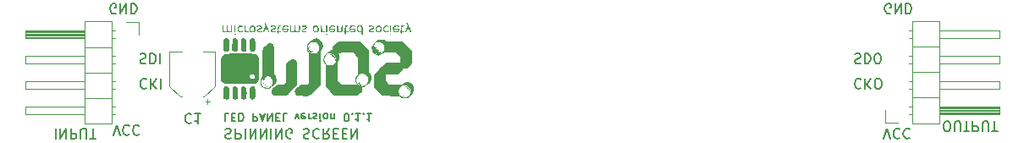
<source format=gbr>
%TF.GenerationSoftware,KiCad,Pcbnew,7.0.7*%
%TF.CreationDate,2024-07-29T17:51:35+02:00*%
%TF.ProjectId,LEDBAR,4c454442-4152-42e6-9b69-6361645f7063,rev?*%
%TF.SameCoordinates,Original*%
%TF.FileFunction,Legend,Bot*%
%TF.FilePolarity,Positive*%
%FSLAX46Y46*%
G04 Gerber Fmt 4.6, Leading zero omitted, Abs format (unit mm)*
G04 Created by KiCad (PCBNEW 7.0.7) date 2024-07-29 17:51:35*
%MOMM*%
%LPD*%
G01*
G04 APERTURE LIST*
%ADD10C,0.150000*%
%ADD11C,0.200000*%
%ADD12C,0.120000*%
G04 APERTURE END LIST*
D10*
X139427255Y-82410180D02*
X139617731Y-82410180D01*
X139617731Y-82410180D02*
X139712969Y-82362561D01*
X139712969Y-82362561D02*
X139808207Y-82267323D01*
X139808207Y-82267323D02*
X139855826Y-82076847D01*
X139855826Y-82076847D02*
X139855826Y-81743514D01*
X139855826Y-81743514D02*
X139808207Y-81553038D01*
X139808207Y-81553038D02*
X139712969Y-81457800D01*
X139712969Y-81457800D02*
X139617731Y-81410180D01*
X139617731Y-81410180D02*
X139427255Y-81410180D01*
X139427255Y-81410180D02*
X139332017Y-81457800D01*
X139332017Y-81457800D02*
X139236779Y-81553038D01*
X139236779Y-81553038D02*
X139189160Y-81743514D01*
X139189160Y-81743514D02*
X139189160Y-82076847D01*
X139189160Y-82076847D02*
X139236779Y-82267323D01*
X139236779Y-82267323D02*
X139332017Y-82362561D01*
X139332017Y-82362561D02*
X139427255Y-82410180D01*
X140284398Y-82410180D02*
X140284398Y-81600657D01*
X140284398Y-81600657D02*
X140332017Y-81505419D01*
X140332017Y-81505419D02*
X140379636Y-81457800D01*
X140379636Y-81457800D02*
X140474874Y-81410180D01*
X140474874Y-81410180D02*
X140665350Y-81410180D01*
X140665350Y-81410180D02*
X140760588Y-81457800D01*
X140760588Y-81457800D02*
X140808207Y-81505419D01*
X140808207Y-81505419D02*
X140855826Y-81600657D01*
X140855826Y-81600657D02*
X140855826Y-82410180D01*
X141189160Y-82410180D02*
X141760588Y-82410180D01*
X141474874Y-81410180D02*
X141474874Y-82410180D01*
X142093922Y-81410180D02*
X142093922Y-82410180D01*
X142093922Y-82410180D02*
X142474874Y-82410180D01*
X142474874Y-82410180D02*
X142570112Y-82362561D01*
X142570112Y-82362561D02*
X142617731Y-82314942D01*
X142617731Y-82314942D02*
X142665350Y-82219704D01*
X142665350Y-82219704D02*
X142665350Y-82076847D01*
X142665350Y-82076847D02*
X142617731Y-81981609D01*
X142617731Y-81981609D02*
X142570112Y-81933990D01*
X142570112Y-81933990D02*
X142474874Y-81886371D01*
X142474874Y-81886371D02*
X142093922Y-81886371D01*
X143093922Y-82410180D02*
X143093922Y-81600657D01*
X143093922Y-81600657D02*
X143141541Y-81505419D01*
X143141541Y-81505419D02*
X143189160Y-81457800D01*
X143189160Y-81457800D02*
X143284398Y-81410180D01*
X143284398Y-81410180D02*
X143474874Y-81410180D01*
X143474874Y-81410180D02*
X143570112Y-81457800D01*
X143570112Y-81457800D02*
X143617731Y-81505419D01*
X143617731Y-81505419D02*
X143665350Y-81600657D01*
X143665350Y-81600657D02*
X143665350Y-82410180D01*
X143998684Y-82410180D02*
X144570112Y-82410180D01*
X144284398Y-81410180D02*
X144284398Y-82410180D01*
X50336779Y-82130180D02*
X50336779Y-83130180D01*
X50812969Y-82130180D02*
X50812969Y-83130180D01*
X50812969Y-83130180D02*
X51384397Y-82130180D01*
X51384397Y-82130180D02*
X51384397Y-83130180D01*
X51860588Y-82130180D02*
X51860588Y-83130180D01*
X51860588Y-83130180D02*
X52241540Y-83130180D01*
X52241540Y-83130180D02*
X52336778Y-83082561D01*
X52336778Y-83082561D02*
X52384397Y-83034942D01*
X52384397Y-83034942D02*
X52432016Y-82939704D01*
X52432016Y-82939704D02*
X52432016Y-82796847D01*
X52432016Y-82796847D02*
X52384397Y-82701609D01*
X52384397Y-82701609D02*
X52336778Y-82653990D01*
X52336778Y-82653990D02*
X52241540Y-82606371D01*
X52241540Y-82606371D02*
X51860588Y-82606371D01*
X52860588Y-83130180D02*
X52860588Y-82320657D01*
X52860588Y-82320657D02*
X52908207Y-82225419D01*
X52908207Y-82225419D02*
X52955826Y-82177800D01*
X52955826Y-82177800D02*
X53051064Y-82130180D01*
X53051064Y-82130180D02*
X53241540Y-82130180D01*
X53241540Y-82130180D02*
X53336778Y-82177800D01*
X53336778Y-82177800D02*
X53384397Y-82225419D01*
X53384397Y-82225419D02*
X53432016Y-82320657D01*
X53432016Y-82320657D02*
X53432016Y-83130180D01*
X53765350Y-83130180D02*
X54336778Y-83130180D01*
X54051064Y-82130180D02*
X54051064Y-83130180D01*
X63908207Y-80725419D02*
X63860588Y-80677800D01*
X63860588Y-80677800D02*
X63717731Y-80630180D01*
X63717731Y-80630180D02*
X63622493Y-80630180D01*
X63622493Y-80630180D02*
X63479636Y-80677800D01*
X63479636Y-80677800D02*
X63384398Y-80773038D01*
X63384398Y-80773038D02*
X63336779Y-80868276D01*
X63336779Y-80868276D02*
X63289160Y-81058752D01*
X63289160Y-81058752D02*
X63289160Y-81201609D01*
X63289160Y-81201609D02*
X63336779Y-81392085D01*
X63336779Y-81392085D02*
X63384398Y-81487323D01*
X63384398Y-81487323D02*
X63479636Y-81582561D01*
X63479636Y-81582561D02*
X63622493Y-81630180D01*
X63622493Y-81630180D02*
X63717731Y-81630180D01*
X63717731Y-81630180D02*
X63860588Y-81582561D01*
X63860588Y-81582561D02*
X63908207Y-81534942D01*
X64860588Y-80630180D02*
X64289160Y-80630180D01*
X64574874Y-80630180D02*
X64574874Y-81630180D01*
X64574874Y-81630180D02*
X64479636Y-81487323D01*
X64479636Y-81487323D02*
X64384398Y-81392085D01*
X64384398Y-81392085D02*
X64289160Y-81344466D01*
X59408207Y-77225419D02*
X59360588Y-77177800D01*
X59360588Y-77177800D02*
X59217731Y-77130180D01*
X59217731Y-77130180D02*
X59122493Y-77130180D01*
X59122493Y-77130180D02*
X58979636Y-77177800D01*
X58979636Y-77177800D02*
X58884398Y-77273038D01*
X58884398Y-77273038D02*
X58836779Y-77368276D01*
X58836779Y-77368276D02*
X58789160Y-77558752D01*
X58789160Y-77558752D02*
X58789160Y-77701609D01*
X58789160Y-77701609D02*
X58836779Y-77892085D01*
X58836779Y-77892085D02*
X58884398Y-77987323D01*
X58884398Y-77987323D02*
X58979636Y-78082561D01*
X58979636Y-78082561D02*
X59122493Y-78130180D01*
X59122493Y-78130180D02*
X59217731Y-78130180D01*
X59217731Y-78130180D02*
X59360588Y-78082561D01*
X59360588Y-78082561D02*
X59408207Y-78034942D01*
X59836779Y-77130180D02*
X59836779Y-78130180D01*
X60408207Y-77130180D02*
X59979636Y-77701609D01*
X60408207Y-78130180D02*
X59836779Y-77558752D01*
X60836779Y-77130180D02*
X60836779Y-78130180D01*
X58789160Y-74677800D02*
X58932017Y-74630180D01*
X58932017Y-74630180D02*
X59170112Y-74630180D01*
X59170112Y-74630180D02*
X59265350Y-74677800D01*
X59265350Y-74677800D02*
X59312969Y-74725419D01*
X59312969Y-74725419D02*
X59360588Y-74820657D01*
X59360588Y-74820657D02*
X59360588Y-74915895D01*
X59360588Y-74915895D02*
X59312969Y-75011133D01*
X59312969Y-75011133D02*
X59265350Y-75058752D01*
X59265350Y-75058752D02*
X59170112Y-75106371D01*
X59170112Y-75106371D02*
X58979636Y-75153990D01*
X58979636Y-75153990D02*
X58884398Y-75201609D01*
X58884398Y-75201609D02*
X58836779Y-75249228D01*
X58836779Y-75249228D02*
X58789160Y-75344466D01*
X58789160Y-75344466D02*
X58789160Y-75439704D01*
X58789160Y-75439704D02*
X58836779Y-75534942D01*
X58836779Y-75534942D02*
X58884398Y-75582561D01*
X58884398Y-75582561D02*
X58979636Y-75630180D01*
X58979636Y-75630180D02*
X59217731Y-75630180D01*
X59217731Y-75630180D02*
X59360588Y-75582561D01*
X59789160Y-74630180D02*
X59789160Y-75630180D01*
X59789160Y-75630180D02*
X60027255Y-75630180D01*
X60027255Y-75630180D02*
X60170112Y-75582561D01*
X60170112Y-75582561D02*
X60265350Y-75487323D01*
X60265350Y-75487323D02*
X60312969Y-75392085D01*
X60312969Y-75392085D02*
X60360588Y-75201609D01*
X60360588Y-75201609D02*
X60360588Y-75058752D01*
X60360588Y-75058752D02*
X60312969Y-74868276D01*
X60312969Y-74868276D02*
X60265350Y-74773038D01*
X60265350Y-74773038D02*
X60170112Y-74677800D01*
X60170112Y-74677800D02*
X60027255Y-74630180D01*
X60027255Y-74630180D02*
X59789160Y-74630180D01*
X60789160Y-74630180D02*
X60789160Y-75630180D01*
X133193922Y-83130180D02*
X133527255Y-82130180D01*
X133527255Y-82130180D02*
X133860588Y-83130180D01*
X134765350Y-82225419D02*
X134717731Y-82177800D01*
X134717731Y-82177800D02*
X134574874Y-82130180D01*
X134574874Y-82130180D02*
X134479636Y-82130180D01*
X134479636Y-82130180D02*
X134336779Y-82177800D01*
X134336779Y-82177800D02*
X134241541Y-82273038D01*
X134241541Y-82273038D02*
X134193922Y-82368276D01*
X134193922Y-82368276D02*
X134146303Y-82558752D01*
X134146303Y-82558752D02*
X134146303Y-82701609D01*
X134146303Y-82701609D02*
X134193922Y-82892085D01*
X134193922Y-82892085D02*
X134241541Y-82987323D01*
X134241541Y-82987323D02*
X134336779Y-83082561D01*
X134336779Y-83082561D02*
X134479636Y-83130180D01*
X134479636Y-83130180D02*
X134574874Y-83130180D01*
X134574874Y-83130180D02*
X134717731Y-83082561D01*
X134717731Y-83082561D02*
X134765350Y-83034942D01*
X135765350Y-82225419D02*
X135717731Y-82177800D01*
X135717731Y-82177800D02*
X135574874Y-82130180D01*
X135574874Y-82130180D02*
X135479636Y-82130180D01*
X135479636Y-82130180D02*
X135336779Y-82177800D01*
X135336779Y-82177800D02*
X135241541Y-82273038D01*
X135241541Y-82273038D02*
X135193922Y-82368276D01*
X135193922Y-82368276D02*
X135146303Y-82558752D01*
X135146303Y-82558752D02*
X135146303Y-82701609D01*
X135146303Y-82701609D02*
X135193922Y-82892085D01*
X135193922Y-82892085D02*
X135241541Y-82987323D01*
X135241541Y-82987323D02*
X135336779Y-83082561D01*
X135336779Y-83082561D02*
X135479636Y-83130180D01*
X135479636Y-83130180D02*
X135574874Y-83130180D01*
X135574874Y-83130180D02*
X135717731Y-83082561D01*
X135717731Y-83082561D02*
X135765350Y-83034942D01*
X130289160Y-74677800D02*
X130432017Y-74630180D01*
X130432017Y-74630180D02*
X130670112Y-74630180D01*
X130670112Y-74630180D02*
X130765350Y-74677800D01*
X130765350Y-74677800D02*
X130812969Y-74725419D01*
X130812969Y-74725419D02*
X130860588Y-74820657D01*
X130860588Y-74820657D02*
X130860588Y-74915895D01*
X130860588Y-74915895D02*
X130812969Y-75011133D01*
X130812969Y-75011133D02*
X130765350Y-75058752D01*
X130765350Y-75058752D02*
X130670112Y-75106371D01*
X130670112Y-75106371D02*
X130479636Y-75153990D01*
X130479636Y-75153990D02*
X130384398Y-75201609D01*
X130384398Y-75201609D02*
X130336779Y-75249228D01*
X130336779Y-75249228D02*
X130289160Y-75344466D01*
X130289160Y-75344466D02*
X130289160Y-75439704D01*
X130289160Y-75439704D02*
X130336779Y-75534942D01*
X130336779Y-75534942D02*
X130384398Y-75582561D01*
X130384398Y-75582561D02*
X130479636Y-75630180D01*
X130479636Y-75630180D02*
X130717731Y-75630180D01*
X130717731Y-75630180D02*
X130860588Y-75582561D01*
X131289160Y-74630180D02*
X131289160Y-75630180D01*
X131289160Y-75630180D02*
X131527255Y-75630180D01*
X131527255Y-75630180D02*
X131670112Y-75582561D01*
X131670112Y-75582561D02*
X131765350Y-75487323D01*
X131765350Y-75487323D02*
X131812969Y-75392085D01*
X131812969Y-75392085D02*
X131860588Y-75201609D01*
X131860588Y-75201609D02*
X131860588Y-75058752D01*
X131860588Y-75058752D02*
X131812969Y-74868276D01*
X131812969Y-74868276D02*
X131765350Y-74773038D01*
X131765350Y-74773038D02*
X131670112Y-74677800D01*
X131670112Y-74677800D02*
X131527255Y-74630180D01*
X131527255Y-74630180D02*
X131289160Y-74630180D01*
X132479636Y-75630180D02*
X132670112Y-75630180D01*
X132670112Y-75630180D02*
X132765350Y-75582561D01*
X132765350Y-75582561D02*
X132860588Y-75487323D01*
X132860588Y-75487323D02*
X132908207Y-75296847D01*
X132908207Y-75296847D02*
X132908207Y-74963514D01*
X132908207Y-74963514D02*
X132860588Y-74773038D01*
X132860588Y-74773038D02*
X132765350Y-74677800D01*
X132765350Y-74677800D02*
X132670112Y-74630180D01*
X132670112Y-74630180D02*
X132479636Y-74630180D01*
X132479636Y-74630180D02*
X132384398Y-74677800D01*
X132384398Y-74677800D02*
X132289160Y-74773038D01*
X132289160Y-74773038D02*
X132241541Y-74963514D01*
X132241541Y-74963514D02*
X132241541Y-75296847D01*
X132241541Y-75296847D02*
X132289160Y-75487323D01*
X132289160Y-75487323D02*
X132384398Y-75582561D01*
X132384398Y-75582561D02*
X132479636Y-75630180D01*
X133860588Y-70582561D02*
X133765350Y-70630180D01*
X133765350Y-70630180D02*
X133622493Y-70630180D01*
X133622493Y-70630180D02*
X133479636Y-70582561D01*
X133479636Y-70582561D02*
X133384398Y-70487323D01*
X133384398Y-70487323D02*
X133336779Y-70392085D01*
X133336779Y-70392085D02*
X133289160Y-70201609D01*
X133289160Y-70201609D02*
X133289160Y-70058752D01*
X133289160Y-70058752D02*
X133336779Y-69868276D01*
X133336779Y-69868276D02*
X133384398Y-69773038D01*
X133384398Y-69773038D02*
X133479636Y-69677800D01*
X133479636Y-69677800D02*
X133622493Y-69630180D01*
X133622493Y-69630180D02*
X133717731Y-69630180D01*
X133717731Y-69630180D02*
X133860588Y-69677800D01*
X133860588Y-69677800D02*
X133908207Y-69725419D01*
X133908207Y-69725419D02*
X133908207Y-70058752D01*
X133908207Y-70058752D02*
X133717731Y-70058752D01*
X134336779Y-69630180D02*
X134336779Y-70630180D01*
X134336779Y-70630180D02*
X134908207Y-69630180D01*
X134908207Y-69630180D02*
X134908207Y-70630180D01*
X135384398Y-69630180D02*
X135384398Y-70630180D01*
X135384398Y-70630180D02*
X135622493Y-70630180D01*
X135622493Y-70630180D02*
X135765350Y-70582561D01*
X135765350Y-70582561D02*
X135860588Y-70487323D01*
X135860588Y-70487323D02*
X135908207Y-70392085D01*
X135908207Y-70392085D02*
X135955826Y-70201609D01*
X135955826Y-70201609D02*
X135955826Y-70058752D01*
X135955826Y-70058752D02*
X135908207Y-69868276D01*
X135908207Y-69868276D02*
X135860588Y-69773038D01*
X135860588Y-69773038D02*
X135765350Y-69677800D01*
X135765350Y-69677800D02*
X135622493Y-69630180D01*
X135622493Y-69630180D02*
X135384398Y-69630180D01*
X67670112Y-80605704D02*
X67289160Y-80605704D01*
X67289160Y-80605704D02*
X67289160Y-81405704D01*
X67936779Y-81024752D02*
X68203445Y-81024752D01*
X68317731Y-80605704D02*
X67936779Y-80605704D01*
X67936779Y-80605704D02*
X67936779Y-81405704D01*
X67936779Y-81405704D02*
X68317731Y-81405704D01*
X68660589Y-80605704D02*
X68660589Y-81405704D01*
X68660589Y-81405704D02*
X68851065Y-81405704D01*
X68851065Y-81405704D02*
X68965351Y-81367609D01*
X68965351Y-81367609D02*
X69041541Y-81291419D01*
X69041541Y-81291419D02*
X69079636Y-81215228D01*
X69079636Y-81215228D02*
X69117732Y-81062847D01*
X69117732Y-81062847D02*
X69117732Y-80948561D01*
X69117732Y-80948561D02*
X69079636Y-80796180D01*
X69079636Y-80796180D02*
X69041541Y-80719990D01*
X69041541Y-80719990D02*
X68965351Y-80643800D01*
X68965351Y-80643800D02*
X68851065Y-80605704D01*
X68851065Y-80605704D02*
X68660589Y-80605704D01*
X70070113Y-80605704D02*
X70070113Y-81405704D01*
X70070113Y-81405704D02*
X70374875Y-81405704D01*
X70374875Y-81405704D02*
X70451065Y-81367609D01*
X70451065Y-81367609D02*
X70489160Y-81329514D01*
X70489160Y-81329514D02*
X70527256Y-81253323D01*
X70527256Y-81253323D02*
X70527256Y-81139038D01*
X70527256Y-81139038D02*
X70489160Y-81062847D01*
X70489160Y-81062847D02*
X70451065Y-81024752D01*
X70451065Y-81024752D02*
X70374875Y-80986657D01*
X70374875Y-80986657D02*
X70070113Y-80986657D01*
X70832017Y-80834276D02*
X71212970Y-80834276D01*
X70755827Y-80605704D02*
X71022494Y-81405704D01*
X71022494Y-81405704D02*
X71289160Y-80605704D01*
X71555827Y-80605704D02*
X71555827Y-81405704D01*
X71555827Y-81405704D02*
X72012970Y-80605704D01*
X72012970Y-80605704D02*
X72012970Y-81405704D01*
X72393922Y-81024752D02*
X72660588Y-81024752D01*
X72774874Y-80605704D02*
X72393922Y-80605704D01*
X72393922Y-80605704D02*
X72393922Y-81405704D01*
X72393922Y-81405704D02*
X72774874Y-81405704D01*
X73498684Y-80605704D02*
X73117732Y-80605704D01*
X73117732Y-80605704D02*
X73117732Y-81405704D01*
X74298684Y-81139038D02*
X74489160Y-80605704D01*
X74489160Y-80605704D02*
X74679637Y-81139038D01*
X75289161Y-80643800D02*
X75212970Y-80605704D01*
X75212970Y-80605704D02*
X75060589Y-80605704D01*
X75060589Y-80605704D02*
X74984399Y-80643800D01*
X74984399Y-80643800D02*
X74946303Y-80719990D01*
X74946303Y-80719990D02*
X74946303Y-81024752D01*
X74946303Y-81024752D02*
X74984399Y-81100942D01*
X74984399Y-81100942D02*
X75060589Y-81139038D01*
X75060589Y-81139038D02*
X75212970Y-81139038D01*
X75212970Y-81139038D02*
X75289161Y-81100942D01*
X75289161Y-81100942D02*
X75327256Y-81024752D01*
X75327256Y-81024752D02*
X75327256Y-80948561D01*
X75327256Y-80948561D02*
X74946303Y-80872371D01*
X75670113Y-80605704D02*
X75670113Y-81139038D01*
X75670113Y-80986657D02*
X75708208Y-81062847D01*
X75708208Y-81062847D02*
X75746303Y-81100942D01*
X75746303Y-81100942D02*
X75822494Y-81139038D01*
X75822494Y-81139038D02*
X75898684Y-81139038D01*
X76127255Y-80643800D02*
X76203446Y-80605704D01*
X76203446Y-80605704D02*
X76355827Y-80605704D01*
X76355827Y-80605704D02*
X76432017Y-80643800D01*
X76432017Y-80643800D02*
X76470113Y-80719990D01*
X76470113Y-80719990D02*
X76470113Y-80758085D01*
X76470113Y-80758085D02*
X76432017Y-80834276D01*
X76432017Y-80834276D02*
X76355827Y-80872371D01*
X76355827Y-80872371D02*
X76241541Y-80872371D01*
X76241541Y-80872371D02*
X76165351Y-80910466D01*
X76165351Y-80910466D02*
X76127255Y-80986657D01*
X76127255Y-80986657D02*
X76127255Y-81024752D01*
X76127255Y-81024752D02*
X76165351Y-81100942D01*
X76165351Y-81100942D02*
X76241541Y-81139038D01*
X76241541Y-81139038D02*
X76355827Y-81139038D01*
X76355827Y-81139038D02*
X76432017Y-81100942D01*
X76812970Y-80605704D02*
X76812970Y-81139038D01*
X76812970Y-81405704D02*
X76774874Y-81367609D01*
X76774874Y-81367609D02*
X76812970Y-81329514D01*
X76812970Y-81329514D02*
X76851065Y-81367609D01*
X76851065Y-81367609D02*
X76812970Y-81405704D01*
X76812970Y-81405704D02*
X76812970Y-81329514D01*
X77308207Y-80605704D02*
X77232017Y-80643800D01*
X77232017Y-80643800D02*
X77193922Y-80681895D01*
X77193922Y-80681895D02*
X77155826Y-80758085D01*
X77155826Y-80758085D02*
X77155826Y-80986657D01*
X77155826Y-80986657D02*
X77193922Y-81062847D01*
X77193922Y-81062847D02*
X77232017Y-81100942D01*
X77232017Y-81100942D02*
X77308207Y-81139038D01*
X77308207Y-81139038D02*
X77422493Y-81139038D01*
X77422493Y-81139038D02*
X77498684Y-81100942D01*
X77498684Y-81100942D02*
X77536779Y-81062847D01*
X77536779Y-81062847D02*
X77574874Y-80986657D01*
X77574874Y-80986657D02*
X77574874Y-80758085D01*
X77574874Y-80758085D02*
X77536779Y-80681895D01*
X77536779Y-80681895D02*
X77498684Y-80643800D01*
X77498684Y-80643800D02*
X77422493Y-80605704D01*
X77422493Y-80605704D02*
X77308207Y-80605704D01*
X77917732Y-81139038D02*
X77917732Y-80605704D01*
X77917732Y-81062847D02*
X77955827Y-81100942D01*
X77955827Y-81100942D02*
X78032017Y-81139038D01*
X78032017Y-81139038D02*
X78146303Y-81139038D01*
X78146303Y-81139038D02*
X78222494Y-81100942D01*
X78222494Y-81100942D02*
X78260589Y-81024752D01*
X78260589Y-81024752D02*
X78260589Y-80605704D01*
X79403447Y-81405704D02*
X79479637Y-81405704D01*
X79479637Y-81405704D02*
X79555828Y-81367609D01*
X79555828Y-81367609D02*
X79593923Y-81329514D01*
X79593923Y-81329514D02*
X79632018Y-81253323D01*
X79632018Y-81253323D02*
X79670113Y-81100942D01*
X79670113Y-81100942D02*
X79670113Y-80910466D01*
X79670113Y-80910466D02*
X79632018Y-80758085D01*
X79632018Y-80758085D02*
X79593923Y-80681895D01*
X79593923Y-80681895D02*
X79555828Y-80643800D01*
X79555828Y-80643800D02*
X79479637Y-80605704D01*
X79479637Y-80605704D02*
X79403447Y-80605704D01*
X79403447Y-80605704D02*
X79327256Y-80643800D01*
X79327256Y-80643800D02*
X79289161Y-80681895D01*
X79289161Y-80681895D02*
X79251066Y-80758085D01*
X79251066Y-80758085D02*
X79212970Y-80910466D01*
X79212970Y-80910466D02*
X79212970Y-81100942D01*
X79212970Y-81100942D02*
X79251066Y-81253323D01*
X79251066Y-81253323D02*
X79289161Y-81329514D01*
X79289161Y-81329514D02*
X79327256Y-81367609D01*
X79327256Y-81367609D02*
X79403447Y-81405704D01*
X80012971Y-80681895D02*
X80051066Y-80643800D01*
X80051066Y-80643800D02*
X80012971Y-80605704D01*
X80012971Y-80605704D02*
X79974875Y-80643800D01*
X79974875Y-80643800D02*
X80012971Y-80681895D01*
X80012971Y-80681895D02*
X80012971Y-80605704D01*
X80812970Y-80605704D02*
X80355827Y-80605704D01*
X80584399Y-80605704D02*
X80584399Y-81405704D01*
X80584399Y-81405704D02*
X80508208Y-81291419D01*
X80508208Y-81291419D02*
X80432018Y-81215228D01*
X80432018Y-81215228D02*
X80355827Y-81177133D01*
X81155828Y-80681895D02*
X81193923Y-80643800D01*
X81193923Y-80643800D02*
X81155828Y-80605704D01*
X81155828Y-80605704D02*
X81117732Y-80643800D01*
X81117732Y-80643800D02*
X81155828Y-80681895D01*
X81155828Y-80681895D02*
X81155828Y-80605704D01*
X81955827Y-80605704D02*
X81498684Y-80605704D01*
X81727256Y-80605704D02*
X81727256Y-81405704D01*
X81727256Y-81405704D02*
X81651065Y-81291419D01*
X81651065Y-81291419D02*
X81574875Y-81215228D01*
X81574875Y-81215228D02*
X81498684Y-81177133D01*
X56360588Y-70582561D02*
X56265350Y-70630180D01*
X56265350Y-70630180D02*
X56122493Y-70630180D01*
X56122493Y-70630180D02*
X55979636Y-70582561D01*
X55979636Y-70582561D02*
X55884398Y-70487323D01*
X55884398Y-70487323D02*
X55836779Y-70392085D01*
X55836779Y-70392085D02*
X55789160Y-70201609D01*
X55789160Y-70201609D02*
X55789160Y-70058752D01*
X55789160Y-70058752D02*
X55836779Y-69868276D01*
X55836779Y-69868276D02*
X55884398Y-69773038D01*
X55884398Y-69773038D02*
X55979636Y-69677800D01*
X55979636Y-69677800D02*
X56122493Y-69630180D01*
X56122493Y-69630180D02*
X56217731Y-69630180D01*
X56217731Y-69630180D02*
X56360588Y-69677800D01*
X56360588Y-69677800D02*
X56408207Y-69725419D01*
X56408207Y-69725419D02*
X56408207Y-70058752D01*
X56408207Y-70058752D02*
X56217731Y-70058752D01*
X56836779Y-69630180D02*
X56836779Y-70630180D01*
X56836779Y-70630180D02*
X57408207Y-69630180D01*
X57408207Y-69630180D02*
X57408207Y-70630180D01*
X57884398Y-69630180D02*
X57884398Y-70630180D01*
X57884398Y-70630180D02*
X58122493Y-70630180D01*
X58122493Y-70630180D02*
X58265350Y-70582561D01*
X58265350Y-70582561D02*
X58360588Y-70487323D01*
X58360588Y-70487323D02*
X58408207Y-70392085D01*
X58408207Y-70392085D02*
X58455826Y-70201609D01*
X58455826Y-70201609D02*
X58455826Y-70058752D01*
X58455826Y-70058752D02*
X58408207Y-69868276D01*
X58408207Y-69868276D02*
X58360588Y-69773038D01*
X58360588Y-69773038D02*
X58265350Y-69677800D01*
X58265350Y-69677800D02*
X58122493Y-69630180D01*
X58122493Y-69630180D02*
X57884398Y-69630180D01*
X130908207Y-77225419D02*
X130860588Y-77177800D01*
X130860588Y-77177800D02*
X130717731Y-77130180D01*
X130717731Y-77130180D02*
X130622493Y-77130180D01*
X130622493Y-77130180D02*
X130479636Y-77177800D01*
X130479636Y-77177800D02*
X130384398Y-77273038D01*
X130384398Y-77273038D02*
X130336779Y-77368276D01*
X130336779Y-77368276D02*
X130289160Y-77558752D01*
X130289160Y-77558752D02*
X130289160Y-77701609D01*
X130289160Y-77701609D02*
X130336779Y-77892085D01*
X130336779Y-77892085D02*
X130384398Y-77987323D01*
X130384398Y-77987323D02*
X130479636Y-78082561D01*
X130479636Y-78082561D02*
X130622493Y-78130180D01*
X130622493Y-78130180D02*
X130717731Y-78130180D01*
X130717731Y-78130180D02*
X130860588Y-78082561D01*
X130860588Y-78082561D02*
X130908207Y-78034942D01*
X131336779Y-77130180D02*
X131336779Y-78130180D01*
X131908207Y-77130180D02*
X131479636Y-77701609D01*
X131908207Y-78130180D02*
X131336779Y-77558752D01*
X132527255Y-78130180D02*
X132717731Y-78130180D01*
X132717731Y-78130180D02*
X132812969Y-78082561D01*
X132812969Y-78082561D02*
X132908207Y-77987323D01*
X132908207Y-77987323D02*
X132955826Y-77796847D01*
X132955826Y-77796847D02*
X132955826Y-77463514D01*
X132955826Y-77463514D02*
X132908207Y-77273038D01*
X132908207Y-77273038D02*
X132812969Y-77177800D01*
X132812969Y-77177800D02*
X132717731Y-77130180D01*
X132717731Y-77130180D02*
X132527255Y-77130180D01*
X132527255Y-77130180D02*
X132432017Y-77177800D01*
X132432017Y-77177800D02*
X132336779Y-77273038D01*
X132336779Y-77273038D02*
X132289160Y-77463514D01*
X132289160Y-77463514D02*
X132289160Y-77796847D01*
X132289160Y-77796847D02*
X132336779Y-77987323D01*
X132336779Y-77987323D02*
X132432017Y-78082561D01*
X132432017Y-78082561D02*
X132527255Y-78130180D01*
D11*
X67322054Y-82180400D02*
X67464911Y-82132780D01*
X67464911Y-82132780D02*
X67703006Y-82132780D01*
X67703006Y-82132780D02*
X67798244Y-82180400D01*
X67798244Y-82180400D02*
X67845863Y-82228019D01*
X67845863Y-82228019D02*
X67893482Y-82323257D01*
X67893482Y-82323257D02*
X67893482Y-82418495D01*
X67893482Y-82418495D02*
X67845863Y-82513733D01*
X67845863Y-82513733D02*
X67798244Y-82561352D01*
X67798244Y-82561352D02*
X67703006Y-82608971D01*
X67703006Y-82608971D02*
X67512530Y-82656590D01*
X67512530Y-82656590D02*
X67417292Y-82704209D01*
X67417292Y-82704209D02*
X67369673Y-82751828D01*
X67369673Y-82751828D02*
X67322054Y-82847066D01*
X67322054Y-82847066D02*
X67322054Y-82942304D01*
X67322054Y-82942304D02*
X67369673Y-83037542D01*
X67369673Y-83037542D02*
X67417292Y-83085161D01*
X67417292Y-83085161D02*
X67512530Y-83132780D01*
X67512530Y-83132780D02*
X67750625Y-83132780D01*
X67750625Y-83132780D02*
X67893482Y-83085161D01*
X68322054Y-82132780D02*
X68322054Y-83132780D01*
X68322054Y-83132780D02*
X68703006Y-83132780D01*
X68703006Y-83132780D02*
X68798244Y-83085161D01*
X68798244Y-83085161D02*
X68845863Y-83037542D01*
X68845863Y-83037542D02*
X68893482Y-82942304D01*
X68893482Y-82942304D02*
X68893482Y-82799447D01*
X68893482Y-82799447D02*
X68845863Y-82704209D01*
X68845863Y-82704209D02*
X68798244Y-82656590D01*
X68798244Y-82656590D02*
X68703006Y-82608971D01*
X68703006Y-82608971D02*
X68322054Y-82608971D01*
X69322054Y-82132780D02*
X69322054Y-83132780D01*
X69798244Y-82132780D02*
X69798244Y-83132780D01*
X69798244Y-83132780D02*
X70369672Y-82132780D01*
X70369672Y-82132780D02*
X70369672Y-83132780D01*
X70845863Y-82132780D02*
X70845863Y-83132780D01*
X70845863Y-83132780D02*
X71417291Y-82132780D01*
X71417291Y-82132780D02*
X71417291Y-83132780D01*
X71893482Y-82132780D02*
X71893482Y-83132780D01*
X72369672Y-82132780D02*
X72369672Y-83132780D01*
X72369672Y-83132780D02*
X72941100Y-82132780D01*
X72941100Y-82132780D02*
X72941100Y-83132780D01*
X73941100Y-83085161D02*
X73845862Y-83132780D01*
X73845862Y-83132780D02*
X73703005Y-83132780D01*
X73703005Y-83132780D02*
X73560148Y-83085161D01*
X73560148Y-83085161D02*
X73464910Y-82989923D01*
X73464910Y-82989923D02*
X73417291Y-82894685D01*
X73417291Y-82894685D02*
X73369672Y-82704209D01*
X73369672Y-82704209D02*
X73369672Y-82561352D01*
X73369672Y-82561352D02*
X73417291Y-82370876D01*
X73417291Y-82370876D02*
X73464910Y-82275638D01*
X73464910Y-82275638D02*
X73560148Y-82180400D01*
X73560148Y-82180400D02*
X73703005Y-82132780D01*
X73703005Y-82132780D02*
X73798243Y-82132780D01*
X73798243Y-82132780D02*
X73941100Y-82180400D01*
X73941100Y-82180400D02*
X73988719Y-82228019D01*
X73988719Y-82228019D02*
X73988719Y-82561352D01*
X73988719Y-82561352D02*
X73798243Y-82561352D01*
X75131577Y-82180400D02*
X75274434Y-82132780D01*
X75274434Y-82132780D02*
X75512529Y-82132780D01*
X75512529Y-82132780D02*
X75607767Y-82180400D01*
X75607767Y-82180400D02*
X75655386Y-82228019D01*
X75655386Y-82228019D02*
X75703005Y-82323257D01*
X75703005Y-82323257D02*
X75703005Y-82418495D01*
X75703005Y-82418495D02*
X75655386Y-82513733D01*
X75655386Y-82513733D02*
X75607767Y-82561352D01*
X75607767Y-82561352D02*
X75512529Y-82608971D01*
X75512529Y-82608971D02*
X75322053Y-82656590D01*
X75322053Y-82656590D02*
X75226815Y-82704209D01*
X75226815Y-82704209D02*
X75179196Y-82751828D01*
X75179196Y-82751828D02*
X75131577Y-82847066D01*
X75131577Y-82847066D02*
X75131577Y-82942304D01*
X75131577Y-82942304D02*
X75179196Y-83037542D01*
X75179196Y-83037542D02*
X75226815Y-83085161D01*
X75226815Y-83085161D02*
X75322053Y-83132780D01*
X75322053Y-83132780D02*
X75560148Y-83132780D01*
X75560148Y-83132780D02*
X75703005Y-83085161D01*
X76703005Y-82228019D02*
X76655386Y-82180400D01*
X76655386Y-82180400D02*
X76512529Y-82132780D01*
X76512529Y-82132780D02*
X76417291Y-82132780D01*
X76417291Y-82132780D02*
X76274434Y-82180400D01*
X76274434Y-82180400D02*
X76179196Y-82275638D01*
X76179196Y-82275638D02*
X76131577Y-82370876D01*
X76131577Y-82370876D02*
X76083958Y-82561352D01*
X76083958Y-82561352D02*
X76083958Y-82704209D01*
X76083958Y-82704209D02*
X76131577Y-82894685D01*
X76131577Y-82894685D02*
X76179196Y-82989923D01*
X76179196Y-82989923D02*
X76274434Y-83085161D01*
X76274434Y-83085161D02*
X76417291Y-83132780D01*
X76417291Y-83132780D02*
X76512529Y-83132780D01*
X76512529Y-83132780D02*
X76655386Y-83085161D01*
X76655386Y-83085161D02*
X76703005Y-83037542D01*
X77703005Y-82132780D02*
X77369672Y-82608971D01*
X77131577Y-82132780D02*
X77131577Y-83132780D01*
X77131577Y-83132780D02*
X77512529Y-83132780D01*
X77512529Y-83132780D02*
X77607767Y-83085161D01*
X77607767Y-83085161D02*
X77655386Y-83037542D01*
X77655386Y-83037542D02*
X77703005Y-82942304D01*
X77703005Y-82942304D02*
X77703005Y-82799447D01*
X77703005Y-82799447D02*
X77655386Y-82704209D01*
X77655386Y-82704209D02*
X77607767Y-82656590D01*
X77607767Y-82656590D02*
X77512529Y-82608971D01*
X77512529Y-82608971D02*
X77131577Y-82608971D01*
X78131577Y-82656590D02*
X78464910Y-82656590D01*
X78607767Y-82132780D02*
X78131577Y-82132780D01*
X78131577Y-82132780D02*
X78131577Y-83132780D01*
X78131577Y-83132780D02*
X78607767Y-83132780D01*
X79036339Y-82656590D02*
X79369672Y-82656590D01*
X79512529Y-82132780D02*
X79036339Y-82132780D01*
X79036339Y-82132780D02*
X79036339Y-83132780D01*
X79036339Y-83132780D02*
X79512529Y-83132780D01*
X79941101Y-82132780D02*
X79941101Y-83132780D01*
X79941101Y-83132780D02*
X80512529Y-82132780D01*
X80512529Y-82132780D02*
X80512529Y-83132780D01*
D10*
X56128922Y-82780180D02*
X56462255Y-81780180D01*
X56462255Y-81780180D02*
X56795588Y-82780180D01*
X57700350Y-81875419D02*
X57652731Y-81827800D01*
X57652731Y-81827800D02*
X57509874Y-81780180D01*
X57509874Y-81780180D02*
X57414636Y-81780180D01*
X57414636Y-81780180D02*
X57271779Y-81827800D01*
X57271779Y-81827800D02*
X57176541Y-81923038D01*
X57176541Y-81923038D02*
X57128922Y-82018276D01*
X57128922Y-82018276D02*
X57081303Y-82208752D01*
X57081303Y-82208752D02*
X57081303Y-82351609D01*
X57081303Y-82351609D02*
X57128922Y-82542085D01*
X57128922Y-82542085D02*
X57176541Y-82637323D01*
X57176541Y-82637323D02*
X57271779Y-82732561D01*
X57271779Y-82732561D02*
X57414636Y-82780180D01*
X57414636Y-82780180D02*
X57509874Y-82780180D01*
X57509874Y-82780180D02*
X57652731Y-82732561D01*
X57652731Y-82732561D02*
X57700350Y-82684942D01*
X58700350Y-81875419D02*
X58652731Y-81827800D01*
X58652731Y-81827800D02*
X58509874Y-81780180D01*
X58509874Y-81780180D02*
X58414636Y-81780180D01*
X58414636Y-81780180D02*
X58271779Y-81827800D01*
X58271779Y-81827800D02*
X58176541Y-81923038D01*
X58176541Y-81923038D02*
X58128922Y-82018276D01*
X58128922Y-82018276D02*
X58081303Y-82208752D01*
X58081303Y-82208752D02*
X58081303Y-82351609D01*
X58081303Y-82351609D02*
X58128922Y-82542085D01*
X58128922Y-82542085D02*
X58176541Y-82637323D01*
X58176541Y-82637323D02*
X58271779Y-82732561D01*
X58271779Y-82732561D02*
X58414636Y-82780180D01*
X58414636Y-82780180D02*
X58509874Y-82780180D01*
X58509874Y-82780180D02*
X58652731Y-82732561D01*
X58652731Y-82732561D02*
X58700350Y-82684942D01*
D12*
%TO.C,C1*%
X65560000Y-79700000D02*
X65560000Y-79200000D01*
X65810000Y-79450000D02*
X65310000Y-79450000D01*
X62804437Y-78960000D02*
X62940000Y-78960000D01*
X62804437Y-78960000D02*
X61740000Y-77895563D01*
X65195563Y-78960000D02*
X65060000Y-78960000D01*
X65195563Y-78960000D02*
X66260000Y-77895563D01*
X61740000Y-77895563D02*
X61740000Y-74440000D01*
X66260000Y-77895563D02*
X66260000Y-74440000D01*
X61740000Y-74440000D02*
X62940000Y-74440000D01*
X66260000Y-74440000D02*
X65060000Y-74440000D01*
%TO.C,J1*%
X58645000Y-72700000D02*
X58645000Y-71430000D01*
X58645000Y-71430000D02*
X57375000Y-71430000D01*
X56332071Y-80700000D02*
X55935000Y-80700000D01*
X56332071Y-79940000D02*
X55935000Y-79940000D01*
X56332071Y-78160000D02*
X55935000Y-78160000D01*
X56332071Y-77400000D02*
X55935000Y-77400000D01*
X56332071Y-75620000D02*
X55935000Y-75620000D01*
X56332071Y-74860000D02*
X55935000Y-74860000D01*
X56265000Y-73080000D02*
X55935000Y-73080000D01*
X56265000Y-72320000D02*
X55935000Y-72320000D01*
X55935000Y-81650000D02*
X53275000Y-81650000D01*
X55935000Y-79050000D02*
X53275000Y-79050000D01*
X55935000Y-76510000D02*
X53275000Y-76510000D01*
X55935000Y-73970000D02*
X53275000Y-73970000D01*
X55935000Y-71370000D02*
X55935000Y-81650000D01*
X53275000Y-81650000D02*
X53275000Y-71370000D01*
X53275000Y-79940000D02*
X47275000Y-79940000D01*
X53275000Y-77400000D02*
X47275000Y-77400000D01*
X53275000Y-74860000D02*
X47275000Y-74860000D01*
X53275000Y-72980000D02*
X47275000Y-72980000D01*
X53275000Y-72860000D02*
X47275000Y-72860000D01*
X53275000Y-72740000D02*
X47275000Y-72740000D01*
X53275000Y-72620000D02*
X47275000Y-72620000D01*
X53275000Y-72500000D02*
X47275000Y-72500000D01*
X53275000Y-72380000D02*
X47275000Y-72380000D01*
X53275000Y-72320000D02*
X47275000Y-72320000D01*
X53275000Y-71370000D02*
X55935000Y-71370000D01*
X47275000Y-80700000D02*
X53275000Y-80700000D01*
X47275000Y-79940000D02*
X47275000Y-80700000D01*
X47275000Y-78160000D02*
X53275000Y-78160000D01*
X47275000Y-77400000D02*
X47275000Y-78160000D01*
X47275000Y-75620000D02*
X53275000Y-75620000D01*
X47275000Y-74860000D02*
X47275000Y-75620000D01*
X47275000Y-73080000D02*
X53275000Y-73080000D01*
X47275000Y-72320000D02*
X47275000Y-73080000D01*
%TO.C,H5*%
G36*
X71275682Y-77823523D02*
G01*
X71261250Y-77837955D01*
X71246818Y-77823523D01*
X71261250Y-77809091D01*
X71275682Y-77823523D01*
G37*
G36*
X71333409Y-77823523D02*
G01*
X71318977Y-77837955D01*
X71304545Y-77823523D01*
X71318977Y-77809091D01*
X71333409Y-77823523D01*
G37*
G36*
X71708636Y-77015341D02*
G01*
X71694204Y-77029773D01*
X71679772Y-77015341D01*
X71694204Y-77000909D01*
X71708636Y-77015341D01*
G37*
G36*
X71852954Y-77159659D02*
G01*
X71838522Y-77174091D01*
X71824091Y-77159659D01*
X71838522Y-77145228D01*
X71852954Y-77159659D01*
G37*
G36*
X75662954Y-74042387D02*
G01*
X75648522Y-74056819D01*
X75634091Y-74042387D01*
X75648522Y-74027955D01*
X75662954Y-74042387D01*
G37*
G36*
X75749545Y-73955796D02*
G01*
X75735113Y-73970228D01*
X75720682Y-73955796D01*
X75735113Y-73941364D01*
X75749545Y-73955796D01*
G37*
G36*
X75865000Y-74186705D02*
G01*
X75850568Y-74201137D01*
X75836136Y-74186705D01*
X75850568Y-74172273D01*
X75865000Y-74186705D01*
G37*
G36*
X75893863Y-74100114D02*
G01*
X75879432Y-74114546D01*
X75865000Y-74100114D01*
X75879432Y-74085682D01*
X75893863Y-74100114D01*
G37*
G36*
X76009318Y-74331023D02*
G01*
X75994886Y-74345455D01*
X75980454Y-74331023D01*
X75994886Y-74316591D01*
X76009318Y-74331023D01*
G37*
G36*
X76095909Y-74533069D02*
G01*
X76081477Y-74547500D01*
X76067045Y-74533069D01*
X76081477Y-74518637D01*
X76095909Y-74533069D01*
G37*
G36*
X76153636Y-74475341D02*
G01*
X76139204Y-74489773D01*
X76124772Y-74475341D01*
X76139204Y-74460909D01*
X76153636Y-74475341D01*
G37*
G36*
X76211363Y-74417614D02*
G01*
X76196932Y-74432046D01*
X76182500Y-74417614D01*
X76196932Y-74403182D01*
X76211363Y-74417614D01*
G37*
G36*
X76240227Y-74533069D02*
G01*
X76225795Y-74547500D01*
X76211363Y-74533069D01*
X76225795Y-74518637D01*
X76240227Y-74533069D01*
G37*
G36*
X77452500Y-75629887D02*
G01*
X77438068Y-75644319D01*
X77423636Y-75629887D01*
X77438068Y-75615455D01*
X77452500Y-75629887D01*
G37*
G36*
X77914318Y-74850569D02*
G01*
X77899886Y-74865000D01*
X77885454Y-74850569D01*
X77899886Y-74836137D01*
X77914318Y-74850569D01*
G37*
G36*
X77943182Y-74908296D02*
G01*
X77928750Y-74922728D01*
X77914318Y-74908296D01*
X77928750Y-74893864D01*
X77943182Y-74908296D01*
G37*
G36*
X78145227Y-75023750D02*
G01*
X78130795Y-75038182D01*
X78116363Y-75023750D01*
X78130795Y-75009319D01*
X78145227Y-75023750D01*
G37*
G36*
X78202954Y-75081478D02*
G01*
X78188522Y-75095909D01*
X78174091Y-75081478D01*
X78188522Y-75067046D01*
X78202954Y-75081478D01*
G37*
G36*
X78347272Y-75225796D02*
G01*
X78332841Y-75240228D01*
X78318409Y-75225796D01*
X78332841Y-75211364D01*
X78347272Y-75225796D01*
G37*
G36*
X78347272Y-75312387D02*
G01*
X78332841Y-75326819D01*
X78318409Y-75312387D01*
X78332841Y-75297955D01*
X78347272Y-75312387D01*
G37*
G36*
X80512045Y-77275114D02*
G01*
X80497613Y-77289546D01*
X80483182Y-77275114D01*
X80497613Y-77260682D01*
X80512045Y-77275114D01*
G37*
G36*
X80569772Y-77217387D02*
G01*
X80555341Y-77231819D01*
X80540909Y-77217387D01*
X80555341Y-77202955D01*
X80569772Y-77217387D01*
G37*
G36*
X80627500Y-77275114D02*
G01*
X80613068Y-77289546D01*
X80598636Y-77275114D01*
X80613068Y-77260682D01*
X80627500Y-77275114D01*
G37*
G36*
X80656363Y-76986478D02*
G01*
X80641932Y-77000909D01*
X80627500Y-76986478D01*
X80641932Y-76972046D01*
X80656363Y-76986478D01*
G37*
G36*
X80656363Y-77044205D02*
G01*
X80641932Y-77058637D01*
X80627500Y-77044205D01*
X80641932Y-77029773D01*
X80656363Y-77044205D01*
G37*
G36*
X80714091Y-77044205D02*
G01*
X80699659Y-77058637D01*
X80685227Y-77044205D01*
X80699659Y-77029773D01*
X80714091Y-77044205D01*
G37*
G36*
X80771818Y-77419432D02*
G01*
X80757386Y-77433864D01*
X80742954Y-77419432D01*
X80757386Y-77405000D01*
X80771818Y-77419432D01*
G37*
G36*
X80800682Y-77130796D02*
G01*
X80786250Y-77145228D01*
X80771818Y-77130796D01*
X80786250Y-77116364D01*
X80800682Y-77130796D01*
G37*
G36*
X80800682Y-77188523D02*
G01*
X80786250Y-77202955D01*
X80771818Y-77188523D01*
X80786250Y-77174091D01*
X80800682Y-77188523D01*
G37*
G36*
X80858409Y-77188523D02*
G01*
X80843977Y-77202955D01*
X80829545Y-77188523D01*
X80843977Y-77174091D01*
X80858409Y-77188523D01*
G37*
G36*
X80916136Y-77563750D02*
G01*
X80901704Y-77578182D01*
X80887272Y-77563750D01*
X80901704Y-77549319D01*
X80916136Y-77563750D01*
G37*
G36*
X80945000Y-77332841D02*
G01*
X80930568Y-77347273D01*
X80916136Y-77332841D01*
X80930568Y-77318409D01*
X80945000Y-77332841D01*
G37*
G36*
X81002727Y-77332841D02*
G01*
X80988295Y-77347273D01*
X80973863Y-77332841D01*
X80988295Y-77318409D01*
X81002727Y-77332841D01*
G37*
G36*
X81089318Y-77477159D02*
G01*
X81074886Y-77491591D01*
X81060454Y-77477159D01*
X81074886Y-77462728D01*
X81089318Y-77477159D01*
G37*
G36*
X81147045Y-77477159D02*
G01*
X81132613Y-77491591D01*
X81118182Y-77477159D01*
X81132613Y-77462728D01*
X81147045Y-77477159D01*
G37*
G36*
X81291363Y-77621478D02*
G01*
X81276932Y-77635909D01*
X81262500Y-77621478D01*
X81276932Y-77607046D01*
X81291363Y-77621478D01*
G37*
G36*
X82272727Y-73840341D02*
G01*
X82258295Y-73854773D01*
X82243863Y-73840341D01*
X82258295Y-73825909D01*
X82272727Y-73840341D01*
G37*
G36*
X82359318Y-73667159D02*
G01*
X82344886Y-73681591D01*
X82330454Y-73667159D01*
X82344886Y-73652728D01*
X82359318Y-73667159D01*
G37*
G36*
X82503636Y-73811478D02*
G01*
X82489204Y-73825909D01*
X82474772Y-73811478D01*
X82489204Y-73797046D01*
X82503636Y-73811478D01*
G37*
G36*
X82647954Y-73898069D02*
G01*
X82633522Y-73912500D01*
X82619091Y-73898069D01*
X82633522Y-73883637D01*
X82647954Y-73898069D01*
G37*
G36*
X82647954Y-73955796D02*
G01*
X82633522Y-73970228D01*
X82619091Y-73955796D01*
X82633522Y-73941364D01*
X82647954Y-73955796D01*
G37*
G36*
X82792272Y-74100114D02*
G01*
X82777841Y-74114546D01*
X82763409Y-74100114D01*
X82777841Y-74085682D01*
X82792272Y-74100114D01*
G37*
G36*
X82936591Y-74244432D02*
G01*
X82922159Y-74258864D01*
X82907727Y-74244432D01*
X82922159Y-74230000D01*
X82936591Y-74244432D01*
G37*
G36*
X82994318Y-74244432D02*
G01*
X82979886Y-74258864D01*
X82965454Y-74244432D01*
X82979886Y-74230000D01*
X82994318Y-74244432D01*
G37*
G36*
X83080909Y-74388750D02*
G01*
X83066477Y-74403182D01*
X83052045Y-74388750D01*
X83066477Y-74374319D01*
X83080909Y-74388750D01*
G37*
G36*
X83138636Y-74388750D02*
G01*
X83124204Y-74403182D01*
X83109772Y-74388750D01*
X83124204Y-74374319D01*
X83138636Y-74388750D01*
G37*
G36*
X84783863Y-78516250D02*
G01*
X84769432Y-78530682D01*
X84755000Y-78516250D01*
X84769432Y-78501819D01*
X84783863Y-78516250D01*
G37*
G36*
X84783863Y-78573978D02*
G01*
X84769432Y-78588409D01*
X84755000Y-78573978D01*
X84769432Y-78559546D01*
X84783863Y-78573978D01*
G37*
G36*
X84841591Y-78573978D02*
G01*
X84827159Y-78588409D01*
X84812727Y-78573978D01*
X84827159Y-78559546D01*
X84841591Y-78573978D01*
G37*
G36*
X84928182Y-78718296D02*
G01*
X84913750Y-78732728D01*
X84899318Y-78718296D01*
X84913750Y-78703864D01*
X84928182Y-78718296D01*
G37*
G36*
X84985909Y-78718296D02*
G01*
X84971477Y-78732728D01*
X84957045Y-78718296D01*
X84971477Y-78703864D01*
X84985909Y-78718296D01*
G37*
G36*
X85130227Y-78862614D02*
G01*
X85115795Y-78877046D01*
X85101363Y-78862614D01*
X85115795Y-78848182D01*
X85130227Y-78862614D01*
G37*
G36*
X85274545Y-77910114D02*
G01*
X85260113Y-77924546D01*
X85245682Y-77910114D01*
X85260113Y-77895682D01*
X85274545Y-77910114D01*
G37*
G36*
X85447727Y-78083296D02*
G01*
X85433295Y-78097728D01*
X85418863Y-78083296D01*
X85433295Y-78068864D01*
X85447727Y-78083296D01*
G37*
G36*
X85592045Y-78227614D02*
G01*
X85577613Y-78242046D01*
X85563182Y-78227614D01*
X85577613Y-78213182D01*
X85592045Y-78227614D01*
G37*
G36*
X85736363Y-78371932D02*
G01*
X85721932Y-78386364D01*
X85707500Y-78371932D01*
X85721932Y-78357500D01*
X85736363Y-78371932D01*
G37*
G36*
X71096333Y-77274534D02*
G01*
X71092878Y-77308788D01*
X71084197Y-77313304D01*
X71073636Y-77289546D01*
X71075719Y-77274266D01*
X71092878Y-77270303D01*
X71096333Y-77274534D01*
G37*
G36*
X71175507Y-77349356D02*
G01*
X71179469Y-77366516D01*
X71175239Y-77369970D01*
X71140985Y-77366516D01*
X71136469Y-77357834D01*
X71160227Y-77347273D01*
X71175507Y-77349356D01*
G37*
G36*
X71490926Y-77922551D02*
G01*
X71494716Y-77931109D01*
X71483008Y-77964577D01*
X71471222Y-77966656D01*
X71458485Y-77937708D01*
X71458656Y-77927043D01*
X71467233Y-77897345D01*
X71490926Y-77922551D01*
G37*
G36*
X80682730Y-77126157D02*
G01*
X80712428Y-77134734D01*
X80687221Y-77158427D01*
X80678664Y-77162217D01*
X80645196Y-77150509D01*
X80643117Y-77138723D01*
X80672065Y-77125985D01*
X80682730Y-77126157D01*
G37*
G36*
X84831969Y-78688163D02*
G01*
X84828931Y-78706483D01*
X84807446Y-78715032D01*
X84800981Y-78709394D01*
X84799528Y-78673006D01*
X84804776Y-78664873D01*
X84825673Y-78648945D01*
X84831969Y-78688163D01*
G37*
G36*
X68343542Y-72626096D02*
G01*
X68360454Y-72671364D01*
X68344880Y-72715562D01*
X68288295Y-72729091D01*
X68233048Y-72716632D01*
X68216136Y-72671364D01*
X68231711Y-72627166D01*
X68288295Y-72613637D01*
X68343542Y-72626096D01*
G37*
G36*
X71003696Y-77434254D02*
G01*
X71027367Y-77457917D01*
X71029564Y-77469142D01*
X71001477Y-77481970D01*
X70984186Y-77479172D01*
X70975586Y-77457917D01*
X70978432Y-77453603D01*
X71001477Y-77433864D01*
X71003696Y-77434254D01*
G37*
G36*
X71118599Y-77464026D02*
G01*
X71145795Y-77491591D01*
X71151171Y-77501811D01*
X71149202Y-77520455D01*
X71144127Y-77519156D01*
X71116932Y-77491591D01*
X71111555Y-77481372D01*
X71113525Y-77462728D01*
X71118599Y-77464026D01*
G37*
G36*
X71148014Y-77578573D02*
G01*
X71171686Y-77602235D01*
X71173882Y-77613461D01*
X71145795Y-77626288D01*
X71128504Y-77623490D01*
X71119905Y-77602235D01*
X71122750Y-77597921D01*
X71145795Y-77578182D01*
X71148014Y-77578573D01*
G37*
G36*
X71291781Y-77723799D02*
G01*
X71318977Y-77751364D01*
X71324353Y-77761583D01*
X71322384Y-77780228D01*
X71317309Y-77778929D01*
X71290113Y-77751364D01*
X71284737Y-77741145D01*
X71286706Y-77722500D01*
X71291781Y-77723799D01*
G37*
G36*
X75765645Y-74058117D02*
G01*
X75792841Y-74085682D01*
X75798217Y-74095901D01*
X75796247Y-74114546D01*
X75791173Y-74113247D01*
X75763977Y-74085682D01*
X75758601Y-74075463D01*
X75760570Y-74056819D01*
X75765645Y-74058117D01*
G37*
G36*
X75909963Y-74202436D02*
G01*
X75937159Y-74230000D01*
X75942535Y-74240220D01*
X75940566Y-74258864D01*
X75935491Y-74257565D01*
X75908295Y-74230000D01*
X75902919Y-74219781D01*
X75904888Y-74201137D01*
X75909963Y-74202436D01*
G37*
G36*
X76025418Y-74231299D02*
G01*
X76052613Y-74258864D01*
X76057990Y-74269083D01*
X76056020Y-74287728D01*
X76050945Y-74286429D01*
X76023750Y-74258864D01*
X76018373Y-74248645D01*
X76020343Y-74230000D01*
X76025418Y-74231299D01*
G37*
G36*
X76054281Y-74346754D02*
G01*
X76081477Y-74374319D01*
X76086853Y-74384538D01*
X76084884Y-74403182D01*
X76079809Y-74401883D01*
X76052613Y-74374319D01*
X76047237Y-74364099D01*
X76049206Y-74345455D01*
X76054281Y-74346754D01*
G37*
G36*
X77489817Y-72623124D02*
G01*
X77510227Y-72671364D01*
X77500740Y-72708682D01*
X77452500Y-72729091D01*
X77415182Y-72719604D01*
X77394772Y-72671364D01*
X77404260Y-72634046D01*
X77452500Y-72613637D01*
X77489817Y-72623124D01*
G37*
G36*
X77728372Y-74664254D02*
G01*
X77755568Y-74691819D01*
X77760944Y-74702038D01*
X77758975Y-74720682D01*
X77753900Y-74719383D01*
X77726704Y-74691819D01*
X77721328Y-74681599D01*
X77723297Y-74662955D01*
X77728372Y-74664254D01*
G37*
G36*
X78017008Y-74981754D02*
G01*
X78044204Y-75009319D01*
X78049580Y-75019538D01*
X78047611Y-75038182D01*
X78042536Y-75036883D01*
X78015341Y-75009319D01*
X78009964Y-74999099D01*
X78011934Y-74980455D01*
X78017008Y-74981754D01*
G37*
G36*
X78190190Y-75154936D02*
G01*
X78217386Y-75182500D01*
X78222762Y-75192720D01*
X78220793Y-75211364D01*
X78215718Y-75210065D01*
X78188522Y-75182500D01*
X78183146Y-75172281D01*
X78185116Y-75153637D01*
X78190190Y-75154936D01*
G37*
G36*
X80816781Y-77290845D02*
G01*
X80843977Y-77318409D01*
X80849353Y-77328629D01*
X80847384Y-77347273D01*
X80842309Y-77345974D01*
X80815113Y-77318409D01*
X80809737Y-77308190D01*
X80811706Y-77289546D01*
X80816781Y-77290845D01*
G37*
G36*
X81002727Y-77777140D02*
G01*
X80996009Y-77792907D01*
X80955349Y-77821096D01*
X80946197Y-77824496D01*
X80923392Y-77826613D01*
X80944451Y-77795320D01*
X80959826Y-77777614D01*
X80992664Y-77752940D01*
X81002727Y-77777140D01*
G37*
G36*
X80961099Y-77435163D02*
G01*
X80988295Y-77462728D01*
X80993671Y-77472947D01*
X80991702Y-77491591D01*
X80986627Y-77490293D01*
X80959432Y-77462728D01*
X80954055Y-77452508D01*
X80956025Y-77433864D01*
X80961099Y-77435163D01*
G37*
G36*
X81018827Y-77666072D02*
G01*
X81046022Y-77693637D01*
X81051399Y-77703856D01*
X81049429Y-77722500D01*
X81044355Y-77721202D01*
X81017159Y-77693637D01*
X81011783Y-77683418D01*
X81013752Y-77664773D01*
X81018827Y-77666072D01*
G37*
G36*
X81105418Y-77579481D02*
G01*
X81132613Y-77607046D01*
X81137990Y-77617265D01*
X81136020Y-77635909D01*
X81130945Y-77634611D01*
X81103750Y-77607046D01*
X81098373Y-77596827D01*
X81100343Y-77578182D01*
X81105418Y-77579481D01*
G37*
G36*
X82346554Y-73740617D02*
G01*
X82373750Y-73768182D01*
X82379126Y-73778401D01*
X82377157Y-73797046D01*
X82372082Y-73795747D01*
X82344886Y-73768182D01*
X82339510Y-73757963D01*
X82341479Y-73739319D01*
X82346554Y-73740617D01*
G37*
G36*
X82536181Y-73934148D02*
G01*
X82552305Y-73955062D01*
X82559473Y-73970008D01*
X82525284Y-73945046D01*
X82494497Y-73918628D01*
X82474772Y-73894534D01*
X82475246Y-73889470D01*
X82494052Y-73889274D01*
X82536181Y-73934148D01*
G37*
G36*
X82664054Y-74058117D02*
G01*
X82691250Y-74085682D01*
X82696626Y-74095901D01*
X82694657Y-74114546D01*
X82689582Y-74113247D01*
X82662386Y-74085682D01*
X82657010Y-74075463D01*
X82658979Y-74056819D01*
X82664054Y-74058117D01*
G37*
G36*
X82808372Y-74202436D02*
G01*
X82835568Y-74230000D01*
X82840944Y-74240220D01*
X82838975Y-74258864D01*
X82833900Y-74257565D01*
X82806704Y-74230000D01*
X82801328Y-74219781D01*
X82803297Y-74201137D01*
X82808372Y-74202436D01*
G37*
G36*
X82952690Y-74346754D02*
G01*
X82979886Y-74374319D01*
X82985262Y-74384538D01*
X82983293Y-74403182D01*
X82978218Y-74401883D01*
X82951022Y-74374319D01*
X82945646Y-74364099D01*
X82947616Y-74345455D01*
X82952690Y-74346754D01*
G37*
G36*
X84944281Y-78820617D02*
G01*
X84971477Y-78848182D01*
X84976853Y-78858401D01*
X84974884Y-78877046D01*
X84969809Y-78875747D01*
X84942613Y-78848182D01*
X84937237Y-78837963D01*
X84939206Y-78819319D01*
X84944281Y-78820617D01*
G37*
G36*
X83847389Y-72613659D02*
G01*
X83902537Y-72627293D01*
X83917954Y-72673372D01*
X83917954Y-72673637D01*
X83903984Y-72718314D01*
X83853306Y-72723883D01*
X83811971Y-72707776D01*
X83779030Y-72664148D01*
X83778501Y-72661148D01*
X83788831Y-72624189D01*
X83843679Y-72613637D01*
X83847389Y-72613659D01*
G37*
G36*
X82896051Y-74465369D02*
G01*
X82902544Y-74479278D01*
X82889161Y-74481706D01*
X82870160Y-74476802D01*
X82819758Y-74491236D01*
X82797735Y-74509140D01*
X82813920Y-74518195D01*
X82827243Y-74520660D01*
X82850000Y-74551035D01*
X82842109Y-74565754D01*
X82804098Y-74545337D01*
X82787875Y-74531147D01*
X82774805Y-74502546D01*
X82809615Y-74469644D01*
X82850971Y-74440804D01*
X82875283Y-74437363D01*
X82896051Y-74465369D01*
G37*
G36*
X67433889Y-73075622D02*
G01*
X67527629Y-73096268D01*
X67612220Y-73159826D01*
X67696591Y-73244196D01*
X67696591Y-73762026D01*
X67696591Y-74279856D01*
X67620496Y-74355951D01*
X67560582Y-74401881D01*
X67450458Y-74435131D01*
X67336644Y-74416966D01*
X67232552Y-74347675D01*
X67148181Y-74263305D01*
X67148181Y-73753750D01*
X67148182Y-73244196D01*
X67232552Y-73159826D01*
X67241829Y-73150757D01*
X67326112Y-73092282D01*
X67422386Y-73075455D01*
X67433889Y-73075622D01*
G37*
G36*
X67433889Y-77866985D02*
G01*
X67527629Y-77887632D01*
X67612220Y-77951189D01*
X67696591Y-78035560D01*
X67696591Y-78554760D01*
X67696591Y-79073960D01*
X67607785Y-79148685D01*
X67563592Y-79180937D01*
X67449469Y-79222881D01*
X67336778Y-79208854D01*
X67232552Y-79139039D01*
X67148181Y-79054668D01*
X67148181Y-78545114D01*
X67148182Y-78035560D01*
X67232552Y-77951189D01*
X67241829Y-77942121D01*
X67326112Y-77883645D01*
X67422386Y-77866819D01*
X67433889Y-77866985D01*
G37*
G36*
X68370427Y-77881876D02*
G01*
X68482669Y-77951016D01*
X68576932Y-78035213D01*
X68587041Y-78429824D01*
X68588026Y-78470297D01*
X68590581Y-78673940D01*
X68586855Y-78830023D01*
X68575642Y-78947042D01*
X68555735Y-79033496D01*
X68525930Y-79097883D01*
X68485018Y-79148701D01*
X68440861Y-79184174D01*
X68332491Y-79223042D01*
X68216684Y-79212973D01*
X68109507Y-79153750D01*
X68028522Y-79084090D01*
X68028522Y-78545114D01*
X68028522Y-78006139D01*
X68109507Y-77936479D01*
X68143875Y-77910499D01*
X68255160Y-77868280D01*
X68370427Y-77881876D01*
G37*
G36*
X68298808Y-71811665D02*
G01*
X68319706Y-71823554D01*
X68333414Y-71853687D01*
X68341394Y-71911929D01*
X68345109Y-72008149D01*
X68346022Y-72152214D01*
X68345894Y-72232788D01*
X68344267Y-72349193D01*
X68339395Y-72422720D01*
X68329577Y-72463141D01*
X68313111Y-72480227D01*
X68288295Y-72483750D01*
X68283184Y-72483671D01*
X68258856Y-72477649D01*
X68242840Y-72454744D01*
X68232899Y-72404747D01*
X68226793Y-72317447D01*
X68222284Y-72182634D01*
X68220517Y-72090915D01*
X68220678Y-71973661D01*
X68223741Y-71885751D01*
X68229413Y-71841353D01*
X68245175Y-71821665D01*
X68295424Y-71810933D01*
X68298808Y-71811665D01*
G37*
G36*
X68372600Y-73091396D02*
G01*
X68482669Y-73159652D01*
X68576932Y-73243850D01*
X68587041Y-73638461D01*
X68590349Y-73842916D01*
X68587567Y-74015179D01*
X68577152Y-74145382D01*
X68558026Y-74241513D01*
X68529115Y-74311561D01*
X68489341Y-74363511D01*
X68422892Y-74410511D01*
X68313478Y-74435862D01*
X68199829Y-74414693D01*
X68098461Y-74347675D01*
X68014091Y-74263305D01*
X68015113Y-73777618D01*
X68016324Y-73608485D01*
X68021023Y-73448961D01*
X68031028Y-73331687D01*
X68048213Y-73248197D01*
X68074451Y-73190020D01*
X68111618Y-73148689D01*
X68161586Y-73115734D01*
X68259228Y-73080705D01*
X68372600Y-73091396D01*
G37*
G36*
X77469495Y-71806686D02*
G01*
X77488410Y-71817662D01*
X77500346Y-71848097D01*
X77506899Y-71907557D01*
X77509661Y-72005609D01*
X77510227Y-72151819D01*
X77510022Y-72253788D01*
X77508193Y-72367280D01*
X77503120Y-72438899D01*
X77493210Y-72478212D01*
X77476868Y-72494784D01*
X77452500Y-72498182D01*
X77435505Y-72496951D01*
X77416589Y-72485976D01*
X77404653Y-72455541D01*
X77398101Y-72396080D01*
X77395339Y-72298028D01*
X77394772Y-72151819D01*
X77394978Y-72049849D01*
X77396807Y-71936357D01*
X77401879Y-71864738D01*
X77411789Y-71825425D01*
X77428131Y-71808853D01*
X77452500Y-71805455D01*
X77469495Y-71806686D01*
G37*
G36*
X83877222Y-71806686D02*
G01*
X83896137Y-71817662D01*
X83908074Y-71848097D01*
X83914626Y-71907557D01*
X83917388Y-72005609D01*
X83917954Y-72151819D01*
X83917749Y-72253788D01*
X83915920Y-72367280D01*
X83910847Y-72438899D01*
X83900937Y-72478212D01*
X83884595Y-72494784D01*
X83860227Y-72498182D01*
X83843232Y-72496951D01*
X83824317Y-72485976D01*
X83812380Y-72455541D01*
X83805828Y-72396080D01*
X83803066Y-72298028D01*
X83802500Y-72151819D01*
X83802705Y-72049849D01*
X83804534Y-71936357D01*
X83809607Y-71864738D01*
X83819517Y-71825425D01*
X83835859Y-71808853D01*
X83860227Y-71805455D01*
X83877222Y-71806686D01*
G37*
G36*
X80602118Y-77385010D02*
G01*
X80630248Y-77409557D01*
X80622650Y-77436861D01*
X80611993Y-77446601D01*
X80609507Y-77485830D01*
X80611214Y-77501391D01*
X80577126Y-77505698D01*
X80549555Y-77500455D01*
X80513744Y-77493800D01*
X80519533Y-77480776D01*
X80557040Y-77446155D01*
X80585694Y-77419857D01*
X80576988Y-77418995D01*
X80561316Y-77424941D01*
X80518652Y-77423322D01*
X80496618Y-77402499D01*
X80504032Y-77390569D01*
X80540909Y-77390569D01*
X80555341Y-77405000D01*
X80569772Y-77390569D01*
X80555341Y-77376137D01*
X80540909Y-77390569D01*
X80504032Y-77390569D01*
X80513597Y-77375178D01*
X80544386Y-77368119D01*
X80602118Y-77385010D01*
G37*
G36*
X69238476Y-73091379D02*
G01*
X69348578Y-73159606D01*
X69442841Y-73243757D01*
X69452273Y-73670028D01*
X69453345Y-73726512D01*
X69454513Y-73883328D01*
X69453046Y-74022655D01*
X69449179Y-74131093D01*
X69443144Y-74195238D01*
X69437162Y-74221519D01*
X69382779Y-74332213D01*
X69294438Y-74405521D01*
X69182482Y-74432046D01*
X69166328Y-74431913D01*
X69073112Y-74422869D01*
X69002118Y-74395017D01*
X68950505Y-74341910D01*
X68915430Y-74257099D01*
X68894052Y-74134137D01*
X68883530Y-73966576D01*
X68881022Y-73747968D01*
X68881710Y-73632058D01*
X68885792Y-73464985D01*
X68895262Y-73341971D01*
X68912142Y-73254277D01*
X68938458Y-73193165D01*
X68976234Y-73149897D01*
X69027495Y-73115734D01*
X69125070Y-73080719D01*
X69238476Y-73091379D01*
G37*
G36*
X70174677Y-73116586D02*
G01*
X70201540Y-73131845D01*
X70246921Y-73169677D01*
X70279631Y-73222698D01*
X70301641Y-73299400D01*
X70314922Y-73408279D01*
X70321445Y-73557828D01*
X70323182Y-73756542D01*
X70323166Y-73775200D01*
X70319536Y-73988270D01*
X70307539Y-74150815D01*
X70284280Y-74269305D01*
X70246863Y-74350205D01*
X70192391Y-74399984D01*
X70117968Y-74425108D01*
X70020699Y-74432046D01*
X69996485Y-74430894D01*
X69888500Y-74394080D01*
X69806236Y-74312395D01*
X69760037Y-74195238D01*
X69757695Y-74178683D01*
X69752392Y-74097526D01*
X69749338Y-73976763D01*
X69748765Y-73829796D01*
X69750908Y-73670028D01*
X69760341Y-73243757D01*
X69854603Y-73159606D01*
X69949227Y-73096483D01*
X70056995Y-73078924D01*
X70174677Y-73116586D01*
G37*
G36*
X69272464Y-77893716D02*
G01*
X69366489Y-77954672D01*
X69425279Y-78043431D01*
X69428499Y-78054295D01*
X69440885Y-78134498D01*
X69449679Y-78255150D01*
X69454868Y-78402242D01*
X69456437Y-78561766D01*
X69454373Y-78719714D01*
X69448663Y-78862077D01*
X69439293Y-78974847D01*
X69426249Y-79044016D01*
X69418755Y-79062926D01*
X69350276Y-79153760D01*
X69250429Y-79209918D01*
X69135736Y-79225271D01*
X69022719Y-79193690D01*
X69012719Y-79188092D01*
X68964686Y-79150157D01*
X68929412Y-79095408D01*
X68905101Y-79015686D01*
X68889959Y-78902836D01*
X68882190Y-78748698D01*
X68880000Y-78545114D01*
X68880027Y-78518197D01*
X68882760Y-78321370D01*
X68891208Y-78172924D01*
X68907119Y-78064611D01*
X68932240Y-77988183D01*
X68968319Y-77935393D01*
X69017101Y-77897995D01*
X69052494Y-77881501D01*
X69161650Y-77867135D01*
X69272464Y-77893716D01*
G37*
G36*
X70180462Y-77896538D02*
G01*
X70190463Y-77902136D01*
X70238495Y-77940071D01*
X70273769Y-77994821D01*
X70298080Y-78074542D01*
X70313222Y-78187392D01*
X70320991Y-78341531D01*
X70323182Y-78545114D01*
X70323120Y-78585241D01*
X70320070Y-78779448D01*
X70311123Y-78925658D01*
X70294484Y-79032030D01*
X70268357Y-79106720D01*
X70230948Y-79157888D01*
X70180462Y-79193690D01*
X70161624Y-79202833D01*
X70047127Y-79225799D01*
X69933832Y-79202900D01*
X69838260Y-79140263D01*
X69776932Y-79044016D01*
X69773721Y-79033151D01*
X69761504Y-78953137D01*
X69752950Y-78832629D01*
X69748046Y-78685636D01*
X69746779Y-78526163D01*
X69749137Y-78368219D01*
X69755107Y-78225810D01*
X69764677Y-78112943D01*
X69777834Y-78043625D01*
X69822168Y-77967546D01*
X69886072Y-77910587D01*
X69959656Y-77881767D01*
X70077438Y-77869876D01*
X70180462Y-77896538D01*
G37*
G36*
X76954660Y-71807647D02*
G01*
X76974180Y-71823095D01*
X76985019Y-71863014D01*
X76989684Y-71938487D01*
X76990682Y-72060595D01*
X76991428Y-72176636D01*
X76995904Y-72256589D01*
X77007359Y-72303504D01*
X77029041Y-72330134D01*
X77064199Y-72349231D01*
X77126598Y-72370375D01*
X77208517Y-72382728D01*
X77262045Y-72394882D01*
X77279318Y-72440455D01*
X77277259Y-72458354D01*
X77243524Y-72493625D01*
X77173978Y-72492384D01*
X77075839Y-72454146D01*
X77023970Y-72429350D01*
X76996471Y-72427178D01*
X76990682Y-72454146D01*
X76980253Y-72479791D01*
X76932954Y-72498182D01*
X76915959Y-72496951D01*
X76897044Y-72485976D01*
X76885107Y-72455541D01*
X76878555Y-72396080D01*
X76875793Y-72298028D01*
X76875227Y-72151819D01*
X76875432Y-72049849D01*
X76877261Y-71936357D01*
X76882334Y-71864738D01*
X76892244Y-71825425D01*
X76908586Y-71808853D01*
X76932954Y-71805455D01*
X76954660Y-71807647D01*
G37*
G36*
X69302953Y-71806939D02*
G01*
X69323980Y-71820556D01*
X69335678Y-71857916D01*
X69340730Y-71930342D01*
X69341818Y-72049159D01*
X69342057Y-72109470D01*
X69345407Y-72209538D01*
X69355138Y-72271782D01*
X69374306Y-72309951D01*
X69405967Y-72337796D01*
X69478400Y-72369168D01*
X69566834Y-72382728D01*
X69605102Y-72384062D01*
X69648449Y-72398030D01*
X69653923Y-72433239D01*
X69647555Y-72451692D01*
X69600937Y-72486674D01*
X69523977Y-72488539D01*
X69430362Y-72455897D01*
X69375927Y-72429957D01*
X69347882Y-72427675D01*
X69341818Y-72454146D01*
X69331389Y-72479791D01*
X69284091Y-72498182D01*
X69267096Y-72496951D01*
X69248180Y-72485976D01*
X69236244Y-72455541D01*
X69229692Y-72396080D01*
X69226930Y-72298028D01*
X69226363Y-72151819D01*
X69226568Y-72049849D01*
X69228398Y-71936357D01*
X69233470Y-71864738D01*
X69243380Y-71825425D01*
X69259722Y-71808853D01*
X69284091Y-71805455D01*
X69302953Y-71806939D01*
G37*
G36*
X83566994Y-71825325D02*
G01*
X83632876Y-71864940D01*
X83658182Y-71921925D01*
X83657680Y-71953094D01*
X83648321Y-71973716D01*
X83615831Y-71966415D01*
X83545808Y-71932552D01*
X83491929Y-71910599D01*
X83384943Y-71900635D01*
X83300522Y-71940458D01*
X83245128Y-72025649D01*
X83225227Y-72151785D01*
X83230596Y-72243183D01*
X83253019Y-72303258D01*
X83301279Y-72351769D01*
X83381408Y-72400189D01*
X83458288Y-72405446D01*
X83553242Y-72368118D01*
X83591546Y-72348350D01*
X83638276Y-72329206D01*
X83655633Y-72339698D01*
X83658182Y-72381712D01*
X83658038Y-72387072D01*
X83627991Y-72447981D01*
X83547346Y-72485427D01*
X83418631Y-72498182D01*
X83390495Y-72497353D01*
X83261151Y-72465359D01*
X83166931Y-72387769D01*
X83109356Y-72265726D01*
X83099411Y-72217490D01*
X83100634Y-72081005D01*
X83140923Y-71957247D01*
X83215383Y-71864730D01*
X83276400Y-71830139D01*
X83373704Y-71805981D01*
X83475586Y-71805024D01*
X83566994Y-71825325D01*
G37*
G36*
X70157580Y-71824030D02*
G01*
X70247747Y-71895454D01*
X70310934Y-71997797D01*
X70339203Y-72122733D01*
X70324618Y-72261937D01*
X70313854Y-72296153D01*
X70247053Y-72411451D01*
X70150550Y-72485373D01*
X70034404Y-72512468D01*
X69908674Y-72487288D01*
X69862043Y-72464845D01*
X69777446Y-72394269D01*
X69731135Y-72293466D01*
X69717045Y-72151819D01*
X69832500Y-72151819D01*
X69834629Y-72200285D01*
X69864438Y-72315090D01*
X69927200Y-72386819D01*
X70020113Y-72411591D01*
X70055117Y-72408642D01*
X70138031Y-72367370D01*
X70189836Y-72280468D01*
X70207727Y-72151819D01*
X70206540Y-72105588D01*
X70190028Y-72012461D01*
X70150000Y-71949773D01*
X70094774Y-71912121D01*
X70020113Y-71892046D01*
X69985110Y-71894995D01*
X69902195Y-71936267D01*
X69850391Y-72023169D01*
X69832500Y-72151819D01*
X69717045Y-72151819D01*
X69718542Y-72099689D01*
X69743083Y-71971644D01*
X69802074Y-71881059D01*
X69901146Y-71817720D01*
X69928051Y-71807241D01*
X70048369Y-71791851D01*
X70157580Y-71824030D01*
G37*
G36*
X68850290Y-71805557D02*
G01*
X68978070Y-71820222D01*
X69055808Y-71859242D01*
X69082045Y-71921925D01*
X69081725Y-71946697D01*
X69073696Y-71972934D01*
X69043678Y-71968579D01*
X68977106Y-71935519D01*
X68883160Y-71898394D01*
X68806194Y-71903120D01*
X68725142Y-71951868D01*
X68721595Y-71954735D01*
X68663786Y-72036518D01*
X68644064Y-72141277D01*
X68662693Y-72249267D01*
X68719938Y-72340744D01*
X68721421Y-72342222D01*
X68797994Y-72397954D01*
X68877491Y-72405976D01*
X68977106Y-72368118D01*
X69015409Y-72348350D01*
X69062140Y-72329206D01*
X69079496Y-72339698D01*
X69082045Y-72381712D01*
X69081910Y-72386898D01*
X69052043Y-72447795D01*
X68972242Y-72485216D01*
X68845818Y-72497540D01*
X68828405Y-72497157D01*
X68699062Y-72469534D01*
X68606989Y-72398109D01*
X68551932Y-72282577D01*
X68533636Y-72122632D01*
X68533657Y-72114221D01*
X68540290Y-72018742D01*
X68565268Y-71952603D01*
X68618007Y-71889826D01*
X68668855Y-71845332D01*
X68739095Y-71813535D01*
X68836381Y-71805455D01*
X68850290Y-71805557D01*
G37*
G36*
X82704996Y-71789390D02*
G01*
X82776851Y-71817613D01*
X82783499Y-71820490D01*
X82882113Y-71894765D01*
X82943982Y-72009395D01*
X82965346Y-72157601D01*
X82964730Y-72181445D01*
X82935219Y-72317615D01*
X82867917Y-72423394D01*
X82771786Y-72491955D01*
X82655783Y-72516474D01*
X82528870Y-72490124D01*
X82438354Y-72429066D01*
X82371608Y-72331003D01*
X82338216Y-72213240D01*
X82338146Y-72162097D01*
X82456444Y-72162097D01*
X82471830Y-72268027D01*
X82515325Y-72350834D01*
X82574801Y-72397993D01*
X82652189Y-72414241D01*
X82724941Y-72389418D01*
X82786513Y-72332635D01*
X82830366Y-72253002D01*
X82849955Y-72159627D01*
X82838740Y-72061623D01*
X82790177Y-71968097D01*
X82712336Y-71905711D01*
X82623006Y-71898380D01*
X82528481Y-71947223D01*
X82507113Y-71969492D01*
X82468446Y-72055200D01*
X82456444Y-72162097D01*
X82338146Y-72162097D01*
X82338047Y-72089232D01*
X82370967Y-71972435D01*
X82436844Y-71876306D01*
X82535544Y-71814300D01*
X82598527Y-71792838D01*
X82654776Y-71781258D01*
X82704996Y-71789390D01*
G37*
G36*
X71309924Y-71547039D02*
G01*
X71336985Y-71566950D01*
X71370736Y-71615572D01*
X71414611Y-71699223D01*
X71472049Y-71824224D01*
X71546484Y-71996894D01*
X71595182Y-72112757D01*
X71651874Y-72250028D01*
X71696968Y-72362024D01*
X71726748Y-72439483D01*
X71737500Y-72473144D01*
X71728701Y-72486891D01*
X71684276Y-72498182D01*
X71664002Y-72492581D01*
X71628642Y-72456096D01*
X71586441Y-72379176D01*
X71532742Y-72254328D01*
X71508850Y-72196843D01*
X71467115Y-72105362D01*
X71434907Y-72046386D01*
X71417738Y-72030635D01*
X71413778Y-72036848D01*
X71389408Y-72085850D01*
X71351231Y-72169670D01*
X71305602Y-72274489D01*
X71282438Y-72327415D01*
X71232539Y-72427149D01*
X71192126Y-72481640D01*
X71156329Y-72498182D01*
X71126567Y-72494683D01*
X71102500Y-72477340D01*
X71111985Y-72447100D01*
X71139940Y-72374084D01*
X71181916Y-72270039D01*
X71233431Y-72146305D01*
X71364361Y-71836114D01*
X71305590Y-71720911D01*
X71289930Y-71689128D01*
X71259079Y-71618024D01*
X71246818Y-71575696D01*
X71256128Y-71558945D01*
X71301143Y-71545682D01*
X71309924Y-71547039D01*
G37*
G36*
X85506899Y-71549089D02*
G01*
X85554725Y-71581762D01*
X85561885Y-71593781D01*
X85590451Y-71652148D01*
X85633405Y-71746235D01*
X85686005Y-71864989D01*
X85743509Y-71997357D01*
X85801175Y-72132284D01*
X85854260Y-72258719D01*
X85898022Y-72365608D01*
X85927719Y-72441897D01*
X85938610Y-72476534D01*
X85929289Y-72488565D01*
X85884167Y-72498182D01*
X85866009Y-72494092D01*
X85830109Y-72460913D01*
X85787981Y-72387897D01*
X85734590Y-72267273D01*
X85715891Y-72222814D01*
X85673067Y-72127399D01*
X85639395Y-72061165D01*
X85620909Y-72036364D01*
X85615591Y-72040689D01*
X85590184Y-72083865D01*
X85552052Y-72163477D01*
X85507227Y-72267273D01*
X85477320Y-72337384D01*
X85430504Y-72431897D01*
X85392292Y-72482906D01*
X85357650Y-72498182D01*
X85327464Y-72493993D01*
X85303409Y-72473582D01*
X85311475Y-72445635D01*
X85338011Y-72373904D01*
X85378666Y-72271060D01*
X85428892Y-72148866D01*
X85554375Y-71848750D01*
X85503192Y-71733296D01*
X85490744Y-71704287D01*
X85462261Y-71629070D01*
X85449868Y-71581762D01*
X85452804Y-71566314D01*
X85487488Y-71545682D01*
X85506899Y-71549089D01*
G37*
G36*
X72874143Y-71809477D02*
G01*
X72911693Y-71826040D01*
X72920909Y-71862461D01*
X72919739Y-71881220D01*
X72899468Y-71907965D01*
X72841534Y-71904973D01*
X72801148Y-71899600D01*
X72739588Y-71908085D01*
X72700270Y-71949319D01*
X72677584Y-72031542D01*
X72665922Y-72162997D01*
X72655009Y-72379109D01*
X72780494Y-72388134D01*
X72824612Y-72392629D01*
X72890389Y-72411893D01*
X72915560Y-72447671D01*
X72916012Y-72450200D01*
X72911099Y-72480394D01*
X72874428Y-72494620D01*
X72793139Y-72498182D01*
X72661136Y-72498182D01*
X72661136Y-72601321D01*
X72659304Y-72648535D01*
X72645017Y-72689893D01*
X72610625Y-72694892D01*
X72573778Y-72669160D01*
X72551069Y-72591753D01*
X72550344Y-72584982D01*
X72535865Y-72523456D01*
X72514989Y-72498182D01*
X72499283Y-72487369D01*
X72487954Y-72440455D01*
X72493367Y-72406902D01*
X72516818Y-72382728D01*
X72530683Y-72360821D01*
X72541566Y-72294289D01*
X72545682Y-72196993D01*
X72546487Y-72148256D01*
X72561474Y-71998908D01*
X72593781Y-71889484D01*
X72641294Y-71828132D01*
X72651927Y-71823298D01*
X72713654Y-71811027D01*
X72798238Y-71805897D01*
X72874143Y-71809477D01*
G37*
G36*
X76472037Y-71810748D02*
G01*
X76575723Y-71876455D01*
X76648253Y-71978184D01*
X76682705Y-72107854D01*
X76672156Y-72257387D01*
X76660856Y-72298827D01*
X76598047Y-72414136D01*
X76499730Y-72484189D01*
X76367346Y-72507803D01*
X76274884Y-72501529D01*
X76211147Y-72474804D01*
X76149119Y-72415947D01*
X76127160Y-72390284D01*
X76088870Y-72329695D01*
X76071278Y-72258613D01*
X76067045Y-72153578D01*
X76067054Y-72151819D01*
X76182500Y-72151819D01*
X76184629Y-72200285D01*
X76214438Y-72315090D01*
X76277200Y-72386819D01*
X76370113Y-72411591D01*
X76405117Y-72408642D01*
X76488031Y-72367370D01*
X76539836Y-72280468D01*
X76557727Y-72151819D01*
X76556540Y-72105588D01*
X76540028Y-72012461D01*
X76500000Y-71949773D01*
X76444774Y-71912121D01*
X76370113Y-71892046D01*
X76335110Y-71894995D01*
X76252195Y-71936267D01*
X76200391Y-72023169D01*
X76182500Y-72151819D01*
X76067054Y-72151819D01*
X76067143Y-72133568D01*
X76073927Y-72031623D01*
X76096087Y-71960184D01*
X76140189Y-71896139D01*
X76151210Y-71883682D01*
X76217139Y-71826419D01*
X76277292Y-71796577D01*
X76344120Y-71789140D01*
X76472037Y-71810748D01*
G37*
G36*
X79497270Y-71811198D02*
G01*
X79546510Y-71815784D01*
X79611744Y-71833040D01*
X79631704Y-71863182D01*
X79613427Y-71893642D01*
X79550801Y-71896996D01*
X79515751Y-71894442D01*
X79451631Y-71906357D01*
X79412032Y-71950437D01*
X79391946Y-72034940D01*
X79386363Y-72168125D01*
X79386363Y-72379408D01*
X79509034Y-72388284D01*
X79538318Y-72390992D01*
X79609391Y-72408578D01*
X79631704Y-72440455D01*
X79630035Y-72450911D01*
X79594777Y-72478547D01*
X79509034Y-72492626D01*
X79467519Y-72496004D01*
X79411689Y-72508085D01*
X79390009Y-72538299D01*
X79386363Y-72600865D01*
X79384635Y-72643922D01*
X79368681Y-72688703D01*
X79328636Y-72700228D01*
X79302575Y-72696925D01*
X79277366Y-72668832D01*
X79270909Y-72599205D01*
X79270831Y-72590004D01*
X79259635Y-72520089D01*
X79227613Y-72498182D01*
X79207019Y-72492827D01*
X79184318Y-72453981D01*
X79189217Y-72431740D01*
X79227613Y-72393166D01*
X79239793Y-72385557D01*
X79258353Y-72348771D01*
X79268088Y-72275468D01*
X79270909Y-72155153D01*
X79273968Y-72044114D01*
X79288666Y-71935884D01*
X79316872Y-71868132D01*
X79354970Y-71827807D01*
X79408389Y-71810564D01*
X79497270Y-71811198D01*
G37*
G36*
X85199219Y-71809442D02*
G01*
X85236530Y-71826185D01*
X85245682Y-71862461D01*
X85242532Y-71890692D01*
X85217870Y-71908575D01*
X85154759Y-71901282D01*
X85127901Y-71897153D01*
X85060325Y-71905950D01*
X85016558Y-71952713D01*
X84992965Y-72043543D01*
X84985909Y-72184539D01*
X84985909Y-72379408D01*
X85108330Y-72388284D01*
X85147012Y-72392151D01*
X85214443Y-72411388D01*
X85240333Y-72447671D01*
X85240785Y-72450200D01*
X85235872Y-72480394D01*
X85199201Y-72494620D01*
X85117912Y-72498182D01*
X84985909Y-72498182D01*
X84985909Y-72601321D01*
X84984077Y-72648535D01*
X84969790Y-72689893D01*
X84935397Y-72694892D01*
X84898551Y-72669160D01*
X84875841Y-72591753D01*
X84875116Y-72584982D01*
X84860637Y-72523456D01*
X84839762Y-72498182D01*
X84824056Y-72487369D01*
X84812727Y-72440455D01*
X84817576Y-72406928D01*
X84838629Y-72382728D01*
X84843761Y-72378167D01*
X84856384Y-72331939D01*
X84867340Y-72246507D01*
X84874708Y-72135060D01*
X84874746Y-72134150D01*
X84882131Y-72007958D01*
X84893652Y-71926526D01*
X84912261Y-71876974D01*
X84940914Y-71846423D01*
X84954999Y-71838048D01*
X85029716Y-71814794D01*
X85121312Y-71805455D01*
X85199219Y-71809442D01*
G37*
G36*
X70839539Y-71818931D02*
G01*
X70903733Y-71836074D01*
X70964388Y-71892659D01*
X70997654Y-71982805D01*
X70987181Y-72079302D01*
X70985696Y-72083066D01*
X70953730Y-72128738D01*
X70892218Y-72164640D01*
X70787274Y-72199093D01*
X70681894Y-72234027D01*
X70614509Y-72274202D01*
X70598961Y-72318412D01*
X70632150Y-72370073D01*
X70680156Y-72397259D01*
X70780204Y-72401450D01*
X70922102Y-72367939D01*
X70970449Y-72360948D01*
X70987045Y-72388020D01*
X70986834Y-72395190D01*
X70960325Y-72453543D01*
X70887026Y-72487306D01*
X70763483Y-72498182D01*
X70664567Y-72492954D01*
X70595291Y-72471736D01*
X70538347Y-72427335D01*
X70533213Y-72422127D01*
X70471775Y-72334319D01*
X70467121Y-72256150D01*
X70519085Y-72187841D01*
X70627505Y-72129618D01*
X70792216Y-72081702D01*
X70799826Y-72079919D01*
X70856086Y-72050818D01*
X70871591Y-71993069D01*
X70857722Y-71942645D01*
X70801730Y-71904007D01*
X70710186Y-71898182D01*
X70591065Y-71927049D01*
X70535460Y-71946601D01*
X70487922Y-71957714D01*
X70470160Y-71944724D01*
X70467500Y-71905017D01*
X70476691Y-71862443D01*
X70518011Y-71825351D01*
X70538688Y-71820756D01*
X70633524Y-71810619D01*
X70741639Y-71810228D01*
X70839539Y-71818931D01*
G37*
G36*
X75277600Y-71810813D02*
G01*
X75394654Y-71842361D01*
X75465788Y-71907088D01*
X75489772Y-72004151D01*
X75489623Y-72012384D01*
X75463101Y-72098852D01*
X75388466Y-72162206D01*
X75262164Y-72205591D01*
X75205764Y-72219814D01*
X75121636Y-72254051D01*
X75089186Y-72295353D01*
X75104270Y-72347443D01*
X75123674Y-72366726D01*
X75195408Y-72391977D01*
X75292640Y-72394470D01*
X75395966Y-72372535D01*
X75411005Y-72367668D01*
X75451045Y-72367163D01*
X75460909Y-72406558D01*
X75457066Y-72435002D01*
X75425639Y-72472514D01*
X75355139Y-72492368D01*
X75236715Y-72498182D01*
X75213768Y-72497832D01*
X75111149Y-72481361D01*
X75037030Y-72435424D01*
X74997238Y-72389775D01*
X74967086Y-72306051D01*
X74990712Y-72227338D01*
X75065616Y-72159031D01*
X75189300Y-72106527D01*
X75259534Y-72083278D01*
X75341771Y-72039398D01*
X75369601Y-71990743D01*
X75345149Y-71934974D01*
X75290736Y-71900815D01*
X75194316Y-71897359D01*
X75070323Y-71933869D01*
X75046654Y-71943678D01*
X74993722Y-71961321D01*
X74973483Y-71950616D01*
X74970227Y-71907410D01*
X74978188Y-71861535D01*
X75006307Y-71824571D01*
X75033155Y-71818712D01*
X75107273Y-71811492D01*
X75202909Y-71807734D01*
X75277600Y-71810813D01*
G37*
G36*
X82003024Y-71813257D02*
G01*
X82116182Y-71849262D01*
X82189144Y-71914734D01*
X82215000Y-72005122D01*
X82214890Y-72012086D01*
X82188634Y-72098553D01*
X82113916Y-72162073D01*
X81987392Y-72205591D01*
X81930992Y-72219814D01*
X81846864Y-72254051D01*
X81814413Y-72295353D01*
X81829497Y-72347443D01*
X81848902Y-72366726D01*
X81920635Y-72391977D01*
X82017868Y-72394470D01*
X82121193Y-72372535D01*
X82136232Y-72367668D01*
X82176272Y-72367163D01*
X82186136Y-72406558D01*
X82181610Y-72437151D01*
X82149116Y-72473458D01*
X82077666Y-72492601D01*
X81958309Y-72498182D01*
X81904446Y-72495216D01*
X81792062Y-72462022D01*
X81720537Y-72395371D01*
X81695454Y-72299486D01*
X81714615Y-72217646D01*
X81783905Y-72148896D01*
X81903204Y-72108037D01*
X81945906Y-72098890D01*
X82043836Y-72062345D01*
X82090250Y-72014790D01*
X82082202Y-71958680D01*
X82057407Y-71931976D01*
X81980919Y-71902039D01*
X81883272Y-71902316D01*
X81783883Y-71934391D01*
X81770388Y-71941349D01*
X81718222Y-71964490D01*
X81698512Y-71955391D01*
X81695454Y-71909624D01*
X81703744Y-71861448D01*
X81731534Y-71824571D01*
X81752721Y-71819471D01*
X81823105Y-71811757D01*
X81915255Y-71807734D01*
X82003024Y-71813257D01*
G37*
G36*
X80719121Y-77509087D02*
G01*
X80749812Y-77558006D01*
X80758262Y-77628809D01*
X80756380Y-77660256D01*
X80766193Y-77676842D01*
X80803933Y-77647399D01*
X80829027Y-77625702D01*
X80850002Y-77620188D01*
X80850703Y-77661715D01*
X80842456Y-77698082D01*
X80818592Y-77722500D01*
X80811460Y-77723287D01*
X80809605Y-77741045D01*
X80826822Y-77745495D01*
X80869826Y-77725003D01*
X80873815Y-77721735D01*
X80902421Y-77707681D01*
X80903605Y-77742537D01*
X80884556Y-77778241D01*
X80827264Y-77784528D01*
X80794161Y-77776953D01*
X80736335Y-77754068D01*
X80689700Y-77726521D01*
X80668261Y-77703334D01*
X80686021Y-77693529D01*
X80693556Y-77691701D01*
X80682954Y-77671226D01*
X80633287Y-77635357D01*
X80614443Y-77623049D01*
X80566364Y-77580029D01*
X80555906Y-77548403D01*
X80563344Y-77539607D01*
X80598636Y-77534887D01*
X80608303Y-77538376D01*
X80631439Y-77526266D01*
X80658976Y-77526266D01*
X80678191Y-77539631D01*
X80691936Y-77548954D01*
X80695379Y-77585107D01*
X80689669Y-77598953D01*
X80710102Y-77595079D01*
X80722739Y-77583822D01*
X80727290Y-77547324D01*
X80721131Y-77539766D01*
X80676308Y-77522734D01*
X80658976Y-77526266D01*
X80631439Y-77526266D01*
X80641641Y-77520926D01*
X80678573Y-77493510D01*
X80719121Y-77509087D01*
G37*
G36*
X72204964Y-71810992D02*
G01*
X72273692Y-71831901D01*
X72330516Y-71876302D01*
X72334307Y-71880177D01*
X72381793Y-71945982D01*
X72401363Y-72006188D01*
X72400871Y-72016033D01*
X72368839Y-72091489D01*
X72298719Y-72157078D01*
X72207268Y-72196377D01*
X72202926Y-72197315D01*
X72084754Y-72231334D01*
X72018163Y-72272317D01*
X71997272Y-72323832D01*
X72009088Y-72361003D01*
X72062288Y-72396776D01*
X72144826Y-72406708D01*
X72241804Y-72386950D01*
X72290299Y-72369960D01*
X72345192Y-72356840D01*
X72367979Y-72368927D01*
X72372500Y-72408503D01*
X72369599Y-72432735D01*
X72339457Y-72471400D01*
X72269682Y-72492063D01*
X72151764Y-72498182D01*
X72149709Y-72498180D01*
X72018859Y-72484602D01*
X71931959Y-72441966D01*
X71881107Y-72366427D01*
X71870511Y-72332556D01*
X71871307Y-72248830D01*
X71920195Y-72181220D01*
X72020235Y-72126764D01*
X72174486Y-72082501D01*
X72177936Y-72081714D01*
X72247306Y-72047302D01*
X72269485Y-71994917D01*
X72239325Y-71936177D01*
X72167798Y-71899372D01*
X72067335Y-71898304D01*
X71957894Y-71935519D01*
X71919711Y-71955225D01*
X71872916Y-71974434D01*
X71855518Y-71964083D01*
X71852954Y-71922344D01*
X71861241Y-71886717D01*
X71903466Y-71836631D01*
X71930803Y-71826294D01*
X72009673Y-71812225D01*
X72106823Y-71806333D01*
X72204964Y-71810992D01*
G37*
G36*
X73548693Y-71823647D02*
G01*
X73591266Y-71846226D01*
X73613636Y-71908371D01*
X73613400Y-71929221D01*
X73605742Y-71958301D01*
X73575708Y-71957950D01*
X73507947Y-71931532D01*
X73425580Y-71907694D01*
X73311767Y-71907678D01*
X73215132Y-71943434D01*
X73148064Y-72009526D01*
X73122954Y-72100514D01*
X73123814Y-72111944D01*
X73137003Y-72132850D01*
X73174792Y-72144926D01*
X73248212Y-72150480D01*
X73368295Y-72151819D01*
X73613636Y-72151819D01*
X73613636Y-72240307D01*
X73602979Y-72330898D01*
X73551252Y-72423167D01*
X73451507Y-72487022D01*
X73426366Y-72496526D01*
X73298208Y-72514131D01*
X73183692Y-72481905D01*
X73091482Y-72406407D01*
X73030240Y-72294192D01*
X73025731Y-72264487D01*
X73132360Y-72264487D01*
X73135007Y-72299294D01*
X73180682Y-72353864D01*
X73244443Y-72394423D01*
X73329844Y-72408325D01*
X73411983Y-72391169D01*
X73473786Y-72346944D01*
X73498182Y-72279643D01*
X73497560Y-72273559D01*
X73476209Y-72252584D01*
X73417173Y-72241591D01*
X73310568Y-72238409D01*
X73273536Y-72238704D01*
X73177087Y-72245578D01*
X73132360Y-72264487D01*
X73025731Y-72264487D01*
X73008630Y-72151819D01*
X73018523Y-72046681D01*
X73066611Y-71925941D01*
X73154995Y-71845734D01*
X73218961Y-71823832D01*
X73327234Y-71809141D01*
X73445610Y-71808605D01*
X73548693Y-71823647D01*
G37*
G36*
X84632329Y-71823647D02*
G01*
X84674902Y-71846226D01*
X84697272Y-71908371D01*
X84697036Y-71929221D01*
X84689378Y-71958301D01*
X84659344Y-71957950D01*
X84591584Y-71931532D01*
X84509217Y-71907694D01*
X84395404Y-71907678D01*
X84298768Y-71943434D01*
X84231700Y-72009526D01*
X84206591Y-72100514D01*
X84207450Y-72111944D01*
X84220640Y-72132850D01*
X84258428Y-72144926D01*
X84331848Y-72150480D01*
X84451932Y-72151819D01*
X84697272Y-72151819D01*
X84697272Y-72240307D01*
X84686616Y-72330898D01*
X84634889Y-72423167D01*
X84535144Y-72487022D01*
X84510003Y-72496526D01*
X84381844Y-72514131D01*
X84267329Y-72481905D01*
X84175118Y-72406407D01*
X84113877Y-72294192D01*
X84109368Y-72264487D01*
X84215996Y-72264487D01*
X84218643Y-72299294D01*
X84264318Y-72353864D01*
X84328079Y-72394423D01*
X84413481Y-72408325D01*
X84495620Y-72391169D01*
X84557423Y-72346944D01*
X84581818Y-72279643D01*
X84581197Y-72273559D01*
X84559846Y-72252584D01*
X84500809Y-72241591D01*
X84394204Y-72238409D01*
X84357172Y-72238704D01*
X84260723Y-72245578D01*
X84215996Y-72264487D01*
X84109368Y-72264487D01*
X84092267Y-72151819D01*
X84102160Y-72046681D01*
X84150247Y-71925941D01*
X84238631Y-71845734D01*
X84302597Y-71823832D01*
X84410871Y-71809141D01*
X84529247Y-71808605D01*
X84632329Y-71823647D01*
G37*
G36*
X78569896Y-71808153D02*
G01*
X78589207Y-71825302D01*
X78601107Y-71867826D01*
X78608222Y-71946508D01*
X78613178Y-72072132D01*
X78613915Y-72095609D01*
X78618664Y-72213030D01*
X78626308Y-72287382D01*
X78640598Y-72331297D01*
X78665286Y-72357407D01*
X78704123Y-72378343D01*
X78781535Y-72402299D01*
X78854559Y-72386989D01*
X78883303Y-72370904D01*
X78905130Y-72343882D01*
X78918221Y-72295891D01*
X78925692Y-72214679D01*
X78930663Y-72087994D01*
X78934103Y-71993373D01*
X78940451Y-71901448D01*
X78950793Y-71849014D01*
X78967633Y-71825388D01*
X78993473Y-71819887D01*
X78994171Y-71819888D01*
X79018684Y-71824595D01*
X79033983Y-71845386D01*
X79041824Y-71892664D01*
X79043962Y-71976826D01*
X79042152Y-72108275D01*
X79041766Y-72126100D01*
X79034711Y-72275762D01*
X79019028Y-72378942D01*
X78990633Y-72445732D01*
X78945441Y-72486223D01*
X78879368Y-72510507D01*
X78871667Y-72512083D01*
X78794446Y-72509551D01*
X78708311Y-72485712D01*
X78687639Y-72477653D01*
X78630141Y-72463078D01*
X78607045Y-72470791D01*
X78596230Y-72486705D01*
X78549318Y-72498182D01*
X78532323Y-72496951D01*
X78513408Y-72485976D01*
X78501471Y-72455541D01*
X78494919Y-72396080D01*
X78492157Y-72298028D01*
X78491591Y-72151819D01*
X78491778Y-72055442D01*
X78493562Y-71939977D01*
X78498537Y-71866796D01*
X78508266Y-71826350D01*
X78524311Y-71809087D01*
X78548235Y-71805455D01*
X78569896Y-71808153D01*
G37*
G36*
X80112323Y-71806170D02*
G01*
X80239200Y-71822306D01*
X80314203Y-71860181D01*
X80338863Y-71920452D01*
X80338800Y-71928200D01*
X80332272Y-71957514D01*
X80304067Y-71958714D01*
X80238768Y-71933869D01*
X80230600Y-71930547D01*
X80143293Y-71903247D01*
X80069478Y-71892046D01*
X80018802Y-71900299D01*
X79936660Y-71943497D01*
X79873463Y-72009403D01*
X79848182Y-72081754D01*
X79850344Y-72114308D01*
X79864534Y-72135613D01*
X79902178Y-72146791D01*
X79974699Y-72151105D01*
X80093522Y-72151819D01*
X80095915Y-72151819D01*
X80213859Y-72152478D01*
X80285695Y-72156739D01*
X80322853Y-72168028D01*
X80336766Y-72189776D01*
X80338863Y-72225411D01*
X80337042Y-72258997D01*
X80300629Y-72369949D01*
X80226860Y-72452559D01*
X80128115Y-72502478D01*
X80016771Y-72515359D01*
X79905211Y-72486854D01*
X79805813Y-72412615D01*
X79753411Y-72327707D01*
X79748592Y-72307494D01*
X79851847Y-72307494D01*
X79900966Y-72363822D01*
X79964979Y-72399032D01*
X80051641Y-72407178D01*
X80135334Y-72385423D01*
X80198456Y-72338769D01*
X80223409Y-72272216D01*
X80213618Y-72258674D01*
X80152365Y-72243505D01*
X80035795Y-72238409D01*
X80009590Y-72238614D01*
X79903878Y-72247012D01*
X79852057Y-72269265D01*
X79851847Y-72307494D01*
X79748592Y-72307494D01*
X79723944Y-72204103D01*
X79729011Y-72073363D01*
X79767510Y-71954052D01*
X79838338Y-71864730D01*
X79864964Y-71846336D01*
X79950028Y-71814833D01*
X80070449Y-71805455D01*
X80112323Y-71806170D01*
G37*
G36*
X80766937Y-71788027D02*
G01*
X80844904Y-71818414D01*
X80864562Y-71826093D01*
X80921927Y-71840649D01*
X80945000Y-71832846D01*
X80955815Y-71816932D01*
X81002727Y-71805455D01*
X81019216Y-71806725D01*
X81035949Y-71816571D01*
X81047415Y-71843235D01*
X81054607Y-71894899D01*
X81058517Y-71979744D01*
X81060135Y-72105952D01*
X81060454Y-72281705D01*
X81060300Y-72417740D01*
X81059107Y-72555785D01*
X81055875Y-72650384D01*
X81049613Y-72709719D01*
X81039328Y-72741971D01*
X81024030Y-72755323D01*
X81002727Y-72757955D01*
X80990895Y-72757486D01*
X80961517Y-72744198D01*
X80948159Y-72701908D01*
X80945000Y-72616338D01*
X80945000Y-72474722D01*
X80848133Y-72504451D01*
X80772399Y-72516101D01*
X80662339Y-72491303D01*
X80568282Y-72421387D01*
X80499184Y-72313994D01*
X80464001Y-72176764D01*
X80462094Y-72123622D01*
X80462679Y-72120403D01*
X80584778Y-72120403D01*
X80601295Y-72249131D01*
X80603106Y-72255483D01*
X80653448Y-72351711D01*
X80734248Y-72399075D01*
X80847016Y-72398494D01*
X80945000Y-72380112D01*
X80945000Y-72182909D01*
X80942632Y-72099983D01*
X80930297Y-72003933D01*
X80908759Y-71955628D01*
X80845813Y-71920001D01*
X80750698Y-71906065D01*
X80667394Y-71933305D01*
X80665513Y-71934658D01*
X80607151Y-72010958D01*
X80584778Y-72120403D01*
X80462679Y-72120403D01*
X80485585Y-71994445D01*
X80543314Y-71885306D01*
X80627500Y-71813498D01*
X80667474Y-71794284D01*
X80716311Y-71780176D01*
X80766937Y-71788027D01*
G37*
G36*
X78136335Y-71809832D02*
G01*
X78226838Y-71825840D01*
X78275215Y-71856970D01*
X78289545Y-71906267D01*
X78288627Y-71935893D01*
X78277109Y-71956389D01*
X78240475Y-71952444D01*
X78164165Y-71926396D01*
X78084893Y-71901962D01*
X78017806Y-71897825D01*
X77949561Y-71918267D01*
X77943935Y-71920755D01*
X77884456Y-71965070D01*
X77836761Y-72027772D01*
X77811785Y-72090510D01*
X77820463Y-72134933D01*
X77826819Y-72137786D01*
X77878358Y-72144953D01*
X77967966Y-72149945D01*
X78081091Y-72151819D01*
X78324833Y-72151819D01*
X78305212Y-72260057D01*
X78295081Y-72303923D01*
X78238039Y-72416719D01*
X78144482Y-72484914D01*
X78015240Y-72507803D01*
X77934512Y-72502907D01*
X77861833Y-72476516D01*
X77789797Y-72415847D01*
X77749509Y-72372791D01*
X77715701Y-72318725D01*
X77703660Y-72263551D01*
X77818101Y-72263551D01*
X77831077Y-72300064D01*
X77879886Y-72361080D01*
X77924992Y-72391499D01*
X78003737Y-72409741D01*
X78083183Y-72404900D01*
X78137212Y-72375512D01*
X78152222Y-72352987D01*
X78183136Y-72288921D01*
X78184124Y-72286059D01*
X78185922Y-72260728D01*
X78162843Y-72246336D01*
X78103948Y-72239893D01*
X77998299Y-72238409D01*
X77923799Y-72239017D01*
X77846996Y-72245287D01*
X77818101Y-72263551D01*
X77703660Y-72263551D01*
X77701030Y-72251500D01*
X77697841Y-72148896D01*
X77699608Y-72062153D01*
X77710754Y-71992757D01*
X77739019Y-71942324D01*
X77792103Y-71889678D01*
X77844732Y-71847845D01*
X77921444Y-71814281D01*
X78023012Y-71805849D01*
X78136335Y-71809832D01*
G37*
G36*
X85364002Y-77850618D02*
G01*
X85371402Y-77873560D01*
X85368421Y-77884962D01*
X85394319Y-77894193D01*
X85455595Y-77889564D01*
X85509883Y-77903510D01*
X85514075Y-77943713D01*
X85508042Y-77969596D01*
X85524709Y-77973780D01*
X85550690Y-77969400D01*
X85608064Y-77995257D01*
X85670452Y-78052142D01*
X85722838Y-78128343D01*
X85727270Y-78137108D01*
X85749142Y-78191114D01*
X85748002Y-78213182D01*
X85744067Y-78221804D01*
X85765806Y-78257175D01*
X85785231Y-78284949D01*
X85788754Y-78314046D01*
X85759416Y-78310844D01*
X85708852Y-78272262D01*
X85671569Y-78219729D01*
X85667611Y-78178806D01*
X85673994Y-78164226D01*
X85655285Y-78166480D01*
X85652443Y-78167950D01*
X85610700Y-78160694D01*
X85561917Y-78124282D01*
X85530192Y-78083296D01*
X85592045Y-78083296D01*
X85606477Y-78097728D01*
X85620909Y-78083296D01*
X85649772Y-78083296D01*
X85664204Y-78097728D01*
X85678636Y-78083296D01*
X85664204Y-78068864D01*
X85649772Y-78083296D01*
X85620909Y-78083296D01*
X85606477Y-78068864D01*
X85592045Y-78083296D01*
X85530192Y-78083296D01*
X85525531Y-78077275D01*
X85520979Y-78038232D01*
X85525870Y-78027752D01*
X85514816Y-78013840D01*
X85481874Y-78016462D01*
X85423468Y-77995196D01*
X85386081Y-77953409D01*
X85447727Y-77953409D01*
X85449810Y-77968690D01*
X85466969Y-77972652D01*
X85470424Y-77968421D01*
X85466969Y-77934167D01*
X85458288Y-77929651D01*
X85447727Y-77953409D01*
X85386081Y-77953409D01*
X85364561Y-77929356D01*
X85344253Y-77899331D01*
X85327129Y-77859018D01*
X85346895Y-77847576D01*
X85364002Y-77850618D01*
G37*
G36*
X67979441Y-71808075D02*
G01*
X67998233Y-71824501D01*
X68008657Y-71865769D01*
X68013136Y-71942836D01*
X68014091Y-72066661D01*
X68009661Y-72199660D01*
X67985858Y-72354276D01*
X67940237Y-72457189D01*
X67871414Y-72509974D01*
X67778009Y-72514206D01*
X67658637Y-72471459D01*
X67581453Y-72437571D01*
X67533040Y-72431376D01*
X67495978Y-72451260D01*
X67439086Y-72490424D01*
X67348884Y-72510187D01*
X67240826Y-72482110D01*
X67231347Y-72478229D01*
X67156676Y-72456649D01*
X67124580Y-72467965D01*
X67109907Y-72484553D01*
X67059185Y-72498182D01*
X67044959Y-72497149D01*
X67026106Y-72486354D01*
X67014092Y-72455952D01*
X67007395Y-72396415D01*
X67004492Y-72298213D01*
X67003863Y-72151819D01*
X67004068Y-72049849D01*
X67005898Y-71936357D01*
X67010970Y-71864738D01*
X67020880Y-71825425D01*
X67037222Y-71808853D01*
X67061591Y-71805455D01*
X67084455Y-71808004D01*
X67103360Y-71824275D01*
X67113849Y-71865328D01*
X67118357Y-71942142D01*
X67119318Y-72065695D01*
X67119318Y-72325934D01*
X67217717Y-72372858D01*
X67244100Y-72384536D01*
X67330018Y-72404022D01*
X67392829Y-72380598D01*
X67434840Y-72310982D01*
X67458355Y-72191894D01*
X67465682Y-72020053D01*
X67465759Y-71984006D01*
X67468197Y-71887874D01*
X67476464Y-71834079D01*
X67493791Y-71810609D01*
X67523409Y-71805455D01*
X67545369Y-71807722D01*
X67564754Y-71823346D01*
X67575516Y-71863511D01*
X67580146Y-71939274D01*
X67581136Y-72061693D01*
X67581137Y-72065404D01*
X67583670Y-72199755D01*
X67594552Y-72288406D01*
X67618922Y-72343034D01*
X67661919Y-72375315D01*
X67728682Y-72396927D01*
X67788655Y-72404108D01*
X67841440Y-72382866D01*
X67875291Y-72323036D01*
X67893318Y-72218507D01*
X67898636Y-72063166D01*
X67899167Y-71963623D01*
X67902720Y-71877881D01*
X67911790Y-71830292D01*
X67928848Y-71809826D01*
X67956363Y-71805455D01*
X67979441Y-71808075D01*
G37*
G36*
X74762395Y-71808075D02*
G01*
X74781188Y-71824501D01*
X74791612Y-71865769D01*
X74796090Y-71942836D01*
X74797045Y-72066661D01*
X74796737Y-72108146D01*
X74786112Y-72276356D01*
X74758961Y-72395342D01*
X74713398Y-72470669D01*
X74647537Y-72507903D01*
X74607449Y-72514331D01*
X74490887Y-72501163D01*
X74375380Y-72449671D01*
X74357546Y-72438653D01*
X74314333Y-72425397D01*
X74280390Y-72451405D01*
X74213276Y-72498582D01*
X74114456Y-72512615D01*
X74008822Y-72483634D01*
X74006187Y-72482329D01*
X73938121Y-72457874D01*
X73907480Y-72468129D01*
X73892834Y-72484629D01*
X73842140Y-72498182D01*
X73827914Y-72497149D01*
X73809061Y-72486354D01*
X73797046Y-72455952D01*
X73790349Y-72396415D01*
X73787447Y-72298213D01*
X73786818Y-72151819D01*
X73787023Y-72049849D01*
X73788852Y-71936357D01*
X73793925Y-71864738D01*
X73803835Y-71825425D01*
X73820177Y-71808853D01*
X73844545Y-71805455D01*
X73867410Y-71808004D01*
X73886315Y-71824275D01*
X73896804Y-71865328D01*
X73901311Y-71942142D01*
X73902272Y-72065695D01*
X73902272Y-72325934D01*
X74004850Y-72374850D01*
X74039647Y-72390427D01*
X74109149Y-72409426D01*
X74157314Y-72395064D01*
X74188739Y-72341267D01*
X74208026Y-72241964D01*
X74219772Y-72091080D01*
X74226136Y-71983666D01*
X74234612Y-71895980D01*
X74246507Y-71846580D01*
X74264666Y-71824779D01*
X74291932Y-71819887D01*
X74313920Y-71822273D01*
X74333486Y-71838334D01*
X74344885Y-71879181D01*
X74350732Y-71955793D01*
X74353639Y-72079151D01*
X74353929Y-72097863D01*
X74356697Y-72214598D01*
X74362989Y-72287889D01*
X74376527Y-72330396D01*
X74401034Y-72354780D01*
X74440230Y-72373701D01*
X74479600Y-72389254D01*
X74562845Y-72407411D01*
X74620719Y-72388960D01*
X74657169Y-72328822D01*
X74676143Y-72221918D01*
X74681591Y-72063166D01*
X74682121Y-71963623D01*
X74685674Y-71877881D01*
X74694744Y-71830292D01*
X74711802Y-71809826D01*
X74739318Y-71805455D01*
X74762395Y-71808075D01*
G37*
G36*
X74191619Y-75190145D02*
G01*
X74331074Y-75261914D01*
X74340100Y-75268693D01*
X74381417Y-75301645D01*
X74415352Y-75335989D01*
X74442630Y-75377358D01*
X74463979Y-75431386D01*
X74480125Y-75503706D01*
X74491794Y-75599952D01*
X74499712Y-75725758D01*
X74504607Y-75886756D01*
X74507203Y-76088581D01*
X74508228Y-76336866D01*
X74508409Y-76637245D01*
X74508409Y-77747479D01*
X73964876Y-78295608D01*
X73912994Y-78347863D01*
X73754419Y-78506291D01*
X73628958Y-78628838D01*
X73531370Y-78720084D01*
X73456411Y-78784612D01*
X73398838Y-78827004D01*
X73353410Y-78851842D01*
X73314882Y-78863709D01*
X73279641Y-78867804D01*
X73184743Y-78872445D01*
X73052475Y-78874742D01*
X72895260Y-78874528D01*
X72725517Y-78871636D01*
X72557898Y-78866445D01*
X72391064Y-78856965D01*
X72265810Y-78842002D01*
X72173135Y-78819169D01*
X72104037Y-78786083D01*
X72049511Y-78740359D01*
X72000557Y-78679613D01*
X71941147Y-78558990D01*
X71921501Y-78412218D01*
X71948575Y-78265965D01*
X71965884Y-78233772D01*
X73820334Y-78233772D01*
X73840085Y-78230370D01*
X73852908Y-78221460D01*
X73873409Y-78197047D01*
X73873128Y-78193012D01*
X73856420Y-78186655D01*
X73827357Y-78217642D01*
X73820334Y-78233772D01*
X71965884Y-78233772D01*
X72019623Y-78133823D01*
X72131901Y-78029382D01*
X72154111Y-78014343D01*
X72242355Y-77946250D01*
X72313419Y-77880197D01*
X72336000Y-77856719D01*
X72392162Y-77810908D01*
X72458126Y-77780423D01*
X72545847Y-77762308D01*
X72667280Y-77753607D01*
X72834379Y-77751364D01*
X73148182Y-77751364D01*
X73250772Y-77643125D01*
X73353363Y-77534887D01*
X73354247Y-76654546D01*
X73354999Y-76380031D01*
X73357459Y-76155948D01*
X73362838Y-75976983D01*
X73372346Y-75836824D01*
X73387196Y-75729156D01*
X73408598Y-75647667D01*
X73437765Y-75586042D01*
X73475906Y-75537968D01*
X73524233Y-75497132D01*
X73583958Y-75457219D01*
X73622025Y-75431644D01*
X73686209Y-75380154D01*
X73718461Y-75341750D01*
X73730295Y-75321088D01*
X73790813Y-75265674D01*
X73878844Y-75215566D01*
X73973755Y-75183550D01*
X74038756Y-75174371D01*
X74191619Y-75190145D01*
G37*
G36*
X75655738Y-74150625D02*
G01*
X75661956Y-74171044D01*
X75706250Y-74178285D01*
X75738818Y-74177469D01*
X75729421Y-74193479D01*
X75713311Y-74211247D01*
X75722205Y-74259626D01*
X75725696Y-74264967D01*
X75751223Y-74287443D01*
X75779612Y-74258864D01*
X75785833Y-74250115D01*
X75803135Y-74235578D01*
X75801260Y-74273296D01*
X75806467Y-74315674D01*
X75850568Y-74324647D01*
X75879122Y-74324092D01*
X75873837Y-74333728D01*
X75859343Y-74346286D01*
X75855560Y-74391352D01*
X75876475Y-74417936D01*
X75914232Y-74398255D01*
X75921734Y-74392182D01*
X75947815Y-74381178D01*
X75946941Y-74419166D01*
X75947262Y-74451337D01*
X75968428Y-74469729D01*
X75981158Y-74470714D01*
X75999697Y-74501637D01*
X75987636Y-74522994D01*
X75939564Y-74532581D01*
X75880093Y-74524631D01*
X75861543Y-74514526D01*
X75872134Y-74504205D01*
X75922727Y-74504205D01*
X75937159Y-74518637D01*
X75951591Y-74504205D01*
X75937159Y-74489773D01*
X75922727Y-74504205D01*
X75872134Y-74504205D01*
X75879993Y-74496547D01*
X75886706Y-74466667D01*
X75850098Y-74412594D01*
X75814657Y-74377114D01*
X75794716Y-74370145D01*
X75790779Y-74403259D01*
X75794496Y-74431418D01*
X75811463Y-74443888D01*
X75818459Y-74441316D01*
X75849044Y-74458444D01*
X75852952Y-74467560D01*
X75839877Y-74501893D01*
X75810555Y-74500879D01*
X75772391Y-74467351D01*
X75752000Y-74417614D01*
X75750666Y-74410995D01*
X75720682Y-74388750D01*
X75713997Y-74387980D01*
X75689363Y-74359887D01*
X75685695Y-74344668D01*
X75658015Y-74296208D01*
X75646752Y-74277185D01*
X75646601Y-74249945D01*
X75663396Y-74249945D01*
X75664405Y-74260074D01*
X75692289Y-74302450D01*
X75701404Y-74310351D01*
X75705221Y-74347119D01*
X75704331Y-74358976D01*
X75736034Y-74355539D01*
X75763456Y-74338912D01*
X75748558Y-74315981D01*
X75732618Y-74304121D01*
X75688853Y-74255055D01*
X75673113Y-74235585D01*
X75663396Y-74249945D01*
X75646601Y-74249945D01*
X75646508Y-74233259D01*
X75650731Y-74222055D01*
X75634091Y-74186705D01*
X75624614Y-74178428D01*
X75620891Y-74141415D01*
X75627279Y-74131973D01*
X75652153Y-74116479D01*
X75655738Y-74150625D01*
G37*
G36*
X77905312Y-74650578D02*
G01*
X77917286Y-74651762D01*
X77990502Y-74669404D01*
X78032959Y-74696975D01*
X78046548Y-74713337D01*
X78093663Y-74736426D01*
X78108097Y-74739963D01*
X78123579Y-74772506D01*
X78123925Y-74786501D01*
X78152443Y-74800057D01*
X78172145Y-74805334D01*
X78179141Y-74847272D01*
X78181164Y-74884004D01*
X78215221Y-74884257D01*
X78227790Y-74880127D01*
X78256930Y-74888086D01*
X78258216Y-74941148D01*
X78258832Y-74947549D01*
X78284791Y-74977517D01*
X78310964Y-75014859D01*
X78334220Y-75081767D01*
X78354609Y-75168069D01*
X78228270Y-75048858D01*
X78215918Y-75038182D01*
X78260682Y-75038182D01*
X78262765Y-75053463D01*
X78279924Y-75057425D01*
X78283378Y-75053194D01*
X78279924Y-75018940D01*
X78271242Y-75014424D01*
X78260682Y-75038182D01*
X78215918Y-75038182D01*
X78168238Y-74996971D01*
X78105389Y-74953960D01*
X78067806Y-74942373D01*
X78042722Y-74937531D01*
X78006132Y-74900424D01*
X77981674Y-74850697D01*
X77985283Y-74813277D01*
X78000673Y-74816704D01*
X78019852Y-74859045D01*
X78035704Y-74898526D01*
X78062002Y-74922728D01*
X78084839Y-74912770D01*
X78078166Y-74881838D01*
X78118642Y-74881838D01*
X78123264Y-74910209D01*
X78136080Y-74899276D01*
X78140692Y-74882585D01*
X78133802Y-74843954D01*
X78123949Y-74844401D01*
X78118642Y-74881838D01*
X78078166Y-74881838D01*
X78076885Y-74875898D01*
X78029772Y-74821705D01*
X77989897Y-74791168D01*
X77972045Y-74789383D01*
X77971990Y-74790681D01*
X77952611Y-74796923D01*
X77910558Y-74775270D01*
X77863617Y-74737469D01*
X77859095Y-74731863D01*
X77895376Y-74731863D01*
X77912614Y-74749546D01*
X77920993Y-74748437D01*
X77943182Y-74720682D01*
X77972045Y-74720682D01*
X77974128Y-74735963D01*
X77991288Y-74739925D01*
X77994742Y-74735694D01*
X77991288Y-74701440D01*
X77982606Y-74696924D01*
X77972045Y-74720682D01*
X77943182Y-74720682D01*
X77942851Y-74714150D01*
X77930453Y-74691819D01*
X77925823Y-74693147D01*
X77899886Y-74720682D01*
X77895376Y-74731863D01*
X77859095Y-74731863D01*
X77829575Y-74695271D01*
X77817248Y-74661178D01*
X77838517Y-74648378D01*
X77905312Y-74650578D01*
G37*
G36*
X69366952Y-74635098D02*
G01*
X69592760Y-74635659D01*
X69776163Y-74636913D01*
X69922366Y-74639065D01*
X70036570Y-74642321D01*
X70123977Y-74646885D01*
X70189790Y-74652962D01*
X70239211Y-74660758D01*
X70277442Y-74670478D01*
X70309686Y-74682327D01*
X70341145Y-74696509D01*
X70362104Y-74707022D01*
X70495402Y-74806831D01*
X70603005Y-74943969D01*
X70671018Y-75101381D01*
X70679172Y-75159313D01*
X70686034Y-75274249D01*
X70690869Y-75440586D01*
X70693614Y-75655063D01*
X70694205Y-75914421D01*
X70692581Y-76215398D01*
X70690708Y-76425195D01*
X70688266Y-76653029D01*
X70685457Y-76834326D01*
X70681881Y-76975427D01*
X70677137Y-77082668D01*
X70670823Y-77162390D01*
X70662537Y-77220929D01*
X70651880Y-77264625D01*
X70638449Y-77299817D01*
X70621843Y-77332841D01*
X70571757Y-77415065D01*
X70459677Y-77536784D01*
X70316499Y-77620100D01*
X70309198Y-77622976D01*
X70275165Y-77632832D01*
X70227579Y-77641048D01*
X70161532Y-77647766D01*
X70072116Y-77653129D01*
X69954423Y-77657278D01*
X69803544Y-77660354D01*
X69614572Y-77662500D01*
X69382598Y-77663857D01*
X69102714Y-77664568D01*
X68770012Y-77664773D01*
X67330443Y-77664773D01*
X67203233Y-77597614D01*
X67166747Y-77575630D01*
X67069020Y-77496734D01*
X66989432Y-77407557D01*
X66902841Y-77284660D01*
X66900222Y-76935730D01*
X69761297Y-76935730D01*
X69786373Y-77013018D01*
X69790408Y-77022218D01*
X69835673Y-77095817D01*
X69885886Y-77142904D01*
X69968392Y-77172750D01*
X70072262Y-77170755D01*
X70161849Y-77129681D01*
X70230664Y-77059773D01*
X70272221Y-76971276D01*
X70280031Y-76874434D01*
X70247608Y-76779491D01*
X70168463Y-76696692D01*
X70082273Y-76663076D01*
X69974720Y-76658911D01*
X69880307Y-76687235D01*
X69875373Y-76690401D01*
X69827882Y-76741784D01*
X69786112Y-76816244D01*
X69766121Y-76871015D01*
X69761297Y-76935730D01*
X66900222Y-76935730D01*
X66894634Y-76191076D01*
X66894528Y-76176935D01*
X66892589Y-75898179D01*
X66891513Y-75670896D01*
X66891537Y-75489109D01*
X66892899Y-75346842D01*
X66895838Y-75238118D01*
X66900591Y-75156961D01*
X66907396Y-75097393D01*
X66916491Y-75053438D01*
X66928114Y-75019120D01*
X66942502Y-74988462D01*
X66988989Y-74911276D01*
X67113353Y-74774579D01*
X67263636Y-74680109D01*
X67265089Y-74679488D01*
X67296426Y-74669394D01*
X67341607Y-74660943D01*
X67405506Y-74653991D01*
X67493000Y-74648394D01*
X67608965Y-74644008D01*
X67758276Y-74640690D01*
X67945810Y-74638296D01*
X68176443Y-74636682D01*
X68455050Y-74635705D01*
X68786507Y-74635221D01*
X69093540Y-74635026D01*
X69366952Y-74635098D01*
G37*
G36*
X76487038Y-73117289D02*
G01*
X76605496Y-73147331D01*
X76739621Y-73205341D01*
X76883903Y-73319010D01*
X76994220Y-73469049D01*
X77064023Y-73646028D01*
X77086765Y-73840513D01*
X77078805Y-73937324D01*
X77041395Y-74093421D01*
X76980081Y-74231757D01*
X76902218Y-74332718D01*
X76893047Y-74341944D01*
X76882664Y-74357606D01*
X76873945Y-74381516D01*
X76866745Y-74418171D01*
X76860919Y-74472070D01*
X76856322Y-74547709D01*
X76852809Y-74649589D01*
X76850235Y-74782207D01*
X76848454Y-74950061D01*
X76847322Y-75157649D01*
X76846692Y-75409470D01*
X76846421Y-75710022D01*
X76846363Y-76063803D01*
X76846363Y-77744340D01*
X76303209Y-78293705D01*
X76268622Y-78328735D01*
X76108642Y-78491272D01*
X75980266Y-78619059D01*
X75874687Y-78716105D01*
X75783098Y-78786420D01*
X75696693Y-78834016D01*
X75606666Y-78862901D01*
X75504209Y-78877085D01*
X75380515Y-78880580D01*
X75226779Y-78877394D01*
X75034194Y-78871538D01*
X74894188Y-78866933D01*
X74725270Y-78857006D01*
X74598891Y-78841060D01*
X74505933Y-78816364D01*
X74437276Y-78780186D01*
X74402230Y-78747159D01*
X74768182Y-78747159D01*
X74782613Y-78761591D01*
X74797045Y-78747159D01*
X74782613Y-78732728D01*
X74768182Y-78747159D01*
X74402230Y-78747159D01*
X74383802Y-78729793D01*
X74336391Y-78662452D01*
X74289291Y-78565722D01*
X74260529Y-78414566D01*
X74282332Y-78269230D01*
X74352457Y-78140294D01*
X74468662Y-78038337D01*
X74493693Y-78022207D01*
X74574952Y-77960623D01*
X74633628Y-77903253D01*
X74644630Y-77889862D01*
X74704979Y-77831699D01*
X74777715Y-77791882D01*
X74874099Y-77767296D01*
X75005389Y-77754828D01*
X75182845Y-77751364D01*
X75513785Y-77751364D01*
X75602802Y-77638972D01*
X75691818Y-77526580D01*
X75691818Y-76055006D01*
X75691766Y-75918523D01*
X75807272Y-75918523D01*
X75821704Y-75932955D01*
X75836136Y-75918523D01*
X75821704Y-75904091D01*
X75807272Y-75918523D01*
X75691766Y-75918523D01*
X75691710Y-75771858D01*
X75691223Y-75484175D01*
X75690212Y-75245626D01*
X75688536Y-75051542D01*
X75686056Y-74897253D01*
X75682631Y-74778090D01*
X75678121Y-74689385D01*
X75672384Y-74626467D01*
X75665281Y-74584668D01*
X75656671Y-74559319D01*
X75646413Y-74545750D01*
X75602121Y-74496585D01*
X75541581Y-74388134D01*
X75494591Y-74254917D01*
X75469282Y-74116635D01*
X75466508Y-74074446D01*
X75468393Y-74047563D01*
X75578227Y-74047563D01*
X75592410Y-74201086D01*
X75630917Y-74331023D01*
X75638569Y-74346830D01*
X75683650Y-74422175D01*
X75735693Y-74489804D01*
X75784996Y-74539610D01*
X75821858Y-74561484D01*
X75836578Y-74545316D01*
X75841083Y-74520081D01*
X75861058Y-74542112D01*
X75907088Y-74575826D01*
X76011424Y-74601094D01*
X76169973Y-74611991D01*
X76381798Y-74608398D01*
X76407004Y-74602892D01*
X76479377Y-74562203D01*
X76558736Y-74492195D01*
X76637620Y-74386170D01*
X76700185Y-74230002D01*
X76720685Y-74062263D01*
X76700821Y-73894662D01*
X76642293Y-73738905D01*
X76546802Y-73606700D01*
X76416048Y-73509756D01*
X76368473Y-73489967D01*
X76249542Y-73461959D01*
X76118502Y-73450926D01*
X75997404Y-73457979D01*
X75908295Y-73484224D01*
X75864213Y-73512244D01*
X75764488Y-73597306D01*
X75675506Y-73698142D01*
X75617403Y-73793355D01*
X75589034Y-73896975D01*
X75578227Y-74047563D01*
X75468393Y-74047563D01*
X75478440Y-73904248D01*
X75532774Y-73748755D01*
X75634036Y-73598370D01*
X75786753Y-73443495D01*
X75905380Y-73339869D01*
X76013455Y-73252385D01*
X76099848Y-73193196D01*
X76174703Y-73155462D01*
X76248166Y-73132343D01*
X76291490Y-73122669D01*
X76392109Y-73109477D01*
X76487038Y-73117289D01*
G37*
G36*
X71906514Y-73595287D02*
G01*
X72018890Y-73647568D01*
X72047777Y-73668296D01*
X72082867Y-73696277D01*
X72112073Y-73727441D01*
X72135937Y-73766748D01*
X72154996Y-73819155D01*
X72169792Y-73889622D01*
X72180864Y-73983106D01*
X72188752Y-74104566D01*
X72193995Y-74258962D01*
X72197133Y-74451250D01*
X72198707Y-74686390D01*
X72199255Y-74969340D01*
X72199318Y-75305059D01*
X72199357Y-75607299D01*
X72199616Y-75877602D01*
X72200303Y-76099835D01*
X72201627Y-76278977D01*
X72203795Y-76420007D01*
X72207016Y-76527903D01*
X72211498Y-76607646D01*
X72217449Y-76664214D01*
X72225079Y-76702585D01*
X72234594Y-76727739D01*
X72246204Y-76744655D01*
X72260117Y-76758311D01*
X72350349Y-76870991D01*
X72414516Y-77033405D01*
X72438619Y-77228913D01*
X72433030Y-77355820D01*
X72408624Y-77469049D01*
X72360237Y-77575745D01*
X72282706Y-77683053D01*
X72170868Y-77798121D01*
X72019559Y-77928095D01*
X71823616Y-78080122D01*
X71822121Y-78081242D01*
X71675341Y-78156864D01*
X71512962Y-78182061D01*
X71344735Y-78158200D01*
X71180416Y-78086650D01*
X71029758Y-77968777D01*
X70972641Y-77904377D01*
X70874860Y-77738487D01*
X70823943Y-77556310D01*
X70822509Y-77473257D01*
X70918794Y-77473257D01*
X70951936Y-77651622D01*
X71029606Y-77814603D01*
X71148025Y-77947725D01*
X71268989Y-78029271D01*
X71425716Y-78082826D01*
X71582121Y-78078986D01*
X71736157Y-78017886D01*
X71885774Y-77899658D01*
X71934425Y-77846382D01*
X72033713Y-77688070D01*
X72080057Y-77520748D01*
X72073330Y-77352115D01*
X72013401Y-77189869D01*
X71900143Y-77041710D01*
X71848781Y-76992821D01*
X71784768Y-76946496D01*
X71716197Y-76925170D01*
X71617385Y-76917565D01*
X71549232Y-76917724D01*
X71472437Y-76926247D01*
X71434993Y-76942273D01*
X71425296Y-76952569D01*
X71384682Y-76953625D01*
X71370462Y-76947671D01*
X71374099Y-76967830D01*
X71373295Y-76995945D01*
X71328047Y-77028188D01*
X71288863Y-77046730D01*
X71283484Y-77056807D01*
X71289088Y-77061149D01*
X71282988Y-77097173D01*
X71256486Y-77155325D01*
X71219368Y-77218260D01*
X71181419Y-77268635D01*
X71152424Y-77289104D01*
X71137119Y-77286430D01*
X71145795Y-77267456D01*
X71162721Y-77247407D01*
X71184441Y-77190075D01*
X71187421Y-77170375D01*
X71181355Y-77149921D01*
X71145449Y-77174378D01*
X71118315Y-77193739D01*
X71068422Y-77216901D01*
X71033828Y-77220301D01*
X71032198Y-77199950D01*
X71039428Y-77191999D01*
X71077561Y-77190949D01*
X71090414Y-77194717D01*
X71101010Y-77169772D01*
X71097968Y-77140367D01*
X71102738Y-77106743D01*
X71140985Y-77106743D01*
X71145215Y-77110197D01*
X71179469Y-77106743D01*
X71181971Y-77101932D01*
X71217954Y-77101932D01*
X71232386Y-77116364D01*
X71246818Y-77101932D01*
X71232386Y-77087500D01*
X71217954Y-77101932D01*
X71181971Y-77101932D01*
X71183985Y-77098061D01*
X71160227Y-77087500D01*
X71144947Y-77089583D01*
X71140985Y-77106743D01*
X71102738Y-77106743D01*
X71106810Y-77078034D01*
X71145795Y-77058637D01*
X71166733Y-77052988D01*
X71189091Y-77013638D01*
X71193244Y-76993021D01*
X71217954Y-76986478D01*
X71229135Y-76990988D01*
X71246818Y-76973749D01*
X71245699Y-76962425D01*
X71285303Y-76962425D01*
X71289533Y-76965879D01*
X71323788Y-76962425D01*
X71328303Y-76953743D01*
X71304545Y-76943182D01*
X71289265Y-76945265D01*
X71285303Y-76962425D01*
X71245699Y-76962425D01*
X71245669Y-76962124D01*
X71222219Y-76943414D01*
X71175914Y-76960159D01*
X71116514Y-77004145D01*
X71053780Y-77067156D01*
X70997474Y-77140975D01*
X70957356Y-77217387D01*
X70933960Y-77293986D01*
X70918794Y-77473257D01*
X70822509Y-77473257D01*
X70820711Y-77369065D01*
X70865986Y-77187972D01*
X70960589Y-77024250D01*
X71044772Y-76917704D01*
X71044933Y-75581068D01*
X71045229Y-75350100D01*
X71046896Y-75008679D01*
X71050019Y-74721615D01*
X71054582Y-74489577D01*
X71060572Y-74313236D01*
X71067974Y-74193264D01*
X71076772Y-74130332D01*
X71078590Y-74124104D01*
X71131100Y-74018132D01*
X71213713Y-73921072D01*
X71239072Y-73897990D01*
X71327762Y-73815597D01*
X71405568Y-73741259D01*
X71416991Y-73730385D01*
X71499352Y-73662339D01*
X71578750Y-73609890D01*
X71645842Y-73585018D01*
X71773908Y-73573730D01*
X71906514Y-73595287D01*
G37*
G36*
X83355113Y-73335228D02*
G01*
X83438073Y-73421819D01*
X84278165Y-73421819D01*
X85118258Y-73421819D01*
X85557197Y-73884855D01*
X85996136Y-74347892D01*
X85996136Y-74943697D01*
X85996128Y-74979937D01*
X85995557Y-75174376D01*
X85993528Y-75321610D01*
X85989268Y-75430700D01*
X85982005Y-75510711D01*
X85970966Y-75570704D01*
X85955378Y-75619742D01*
X85934469Y-75666890D01*
X85915114Y-75702242D01*
X85850790Y-75788585D01*
X85782935Y-75848369D01*
X85742325Y-75875787D01*
X85657487Y-75942734D01*
X85572767Y-76018730D01*
X85555200Y-76035480D01*
X85483074Y-76094878D01*
X85413266Y-76127290D01*
X85325954Y-76138988D01*
X85201318Y-76136243D01*
X85152607Y-76138103D01*
X85106225Y-76164397D01*
X85065949Y-76231687D01*
X85062424Y-76238809D01*
X85006433Y-76321504D01*
X84940310Y-76384903D01*
X84922525Y-76397800D01*
X84847299Y-76461629D01*
X84772611Y-76535568D01*
X84756389Y-76552915D01*
X84698925Y-76607437D01*
X84638836Y-76647973D01*
X84566942Y-76676563D01*
X84474064Y-76695247D01*
X84351022Y-76706066D01*
X84188639Y-76711062D01*
X83977733Y-76712273D01*
X83932371Y-76712274D01*
X83735753Y-76713247D01*
X83588366Y-76718770D01*
X83483120Y-76732840D01*
X83412921Y-76759454D01*
X83370680Y-76802609D01*
X83349304Y-76866303D01*
X83341701Y-76954533D01*
X83340781Y-77071295D01*
X83340880Y-77303978D01*
X83545161Y-77527671D01*
X83749443Y-77751364D01*
X84356650Y-77751364D01*
X84963856Y-77751364D01*
X85066590Y-77661162D01*
X85075129Y-77653764D01*
X85237119Y-77546544D01*
X85404286Y-77490774D01*
X85570524Y-77481620D01*
X85729727Y-77514246D01*
X85875788Y-77583819D01*
X86002601Y-77685505D01*
X86104061Y-77814468D01*
X86174061Y-77965876D01*
X86206494Y-78134893D01*
X86195255Y-78316685D01*
X86134236Y-78506418D01*
X86118038Y-78539452D01*
X86040366Y-78660236D01*
X85953350Y-78750429D01*
X85915797Y-78780329D01*
X85819574Y-78860833D01*
X85727746Y-78941787D01*
X85721388Y-78947548D01*
X85559281Y-79062862D01*
X85389181Y-79122606D01*
X85205393Y-79128821D01*
X85084737Y-79108678D01*
X84933520Y-79049698D01*
X84810122Y-78951347D01*
X84740568Y-78878043D01*
X83946818Y-78877150D01*
X83938269Y-78877140D01*
X83727487Y-78876265D01*
X83533616Y-78874338D01*
X83364819Y-78871527D01*
X83229260Y-78868001D01*
X83135101Y-78863928D01*
X83090507Y-78859476D01*
X83082715Y-78855893D01*
X83034263Y-78818716D01*
X82955678Y-78747517D01*
X82853753Y-78648821D01*
X82735276Y-78529150D01*
X82607041Y-78395029D01*
X82577856Y-78363988D01*
X84669928Y-78363988D01*
X84678538Y-78499721D01*
X84704923Y-78617451D01*
X84743895Y-78707753D01*
X84846957Y-78853813D01*
X84978812Y-78959278D01*
X85130450Y-79021190D01*
X85292861Y-79036588D01*
X85457034Y-79002514D01*
X85613959Y-78916009D01*
X85639584Y-78895279D01*
X85747149Y-78767399D01*
X85813708Y-78612953D01*
X85838679Y-78444299D01*
X85821480Y-78273792D01*
X85761528Y-78113787D01*
X85658240Y-77976640D01*
X85618621Y-77940735D01*
X85536133Y-77877987D01*
X85467496Y-77839673D01*
X85403599Y-77822631D01*
X85273348Y-77811355D01*
X85138761Y-77820834D01*
X85029204Y-77850353D01*
X85009856Y-77859922D01*
X84917557Y-77922159D01*
X84822868Y-78006311D01*
X84743257Y-78095468D01*
X84696196Y-78172718D01*
X84679628Y-78237527D01*
X84669928Y-78363988D01*
X82577856Y-78363988D01*
X82186136Y-77947364D01*
X82186168Y-77351466D01*
X82186200Y-76755569D01*
X82633602Y-76280100D01*
X82695409Y-76214743D01*
X82824277Y-76080594D01*
X82940368Y-75962521D01*
X83037074Y-75867098D01*
X83107787Y-75800897D01*
X83145900Y-75770493D01*
X83153037Y-75766437D01*
X83215831Y-75715510D01*
X83277254Y-75646159D01*
X83343713Y-75555965D01*
X84085436Y-75558785D01*
X84827159Y-75561606D01*
X84834877Y-75278246D01*
X84842596Y-74994887D01*
X84637712Y-74771194D01*
X84432829Y-74547500D01*
X83805195Y-74547500D01*
X83177562Y-74547500D01*
X83107588Y-74622468D01*
X82986997Y-74722051D01*
X82826814Y-74792445D01*
X82654272Y-74815245D01*
X82479894Y-74790698D01*
X82314202Y-74719048D01*
X82167720Y-74600541D01*
X82164575Y-74597184D01*
X82054269Y-74453235D01*
X81992633Y-74303212D01*
X81972145Y-74128978D01*
X81972083Y-74123271D01*
X81973928Y-74089381D01*
X82071430Y-74089381D01*
X82093564Y-74260471D01*
X82160705Y-74423863D01*
X82274070Y-74569366D01*
X82313556Y-74604224D01*
X82457110Y-74685342D01*
X82614946Y-74716315D01*
X82777301Y-74697803D01*
X82934412Y-74630468D01*
X83076514Y-74514974D01*
X83165488Y-74385636D01*
X83213968Y-74221997D01*
X83219308Y-74023390D01*
X83181715Y-73850846D01*
X83092227Y-73696520D01*
X82953145Y-73570766D01*
X82856111Y-73522164D01*
X82701166Y-73488317D01*
X82540627Y-73492999D01*
X82397204Y-73537565D01*
X82262908Y-73631843D01*
X82157318Y-73764875D01*
X82093087Y-73920785D01*
X82071430Y-74089381D01*
X81973928Y-74089381D01*
X81980321Y-73971977D01*
X82012495Y-73843182D01*
X82075220Y-73724222D01*
X82175110Y-73602431D01*
X82318777Y-73465142D01*
X82562120Y-73248637D01*
X82917137Y-73248637D01*
X83272154Y-73248637D01*
X83355113Y-73335228D01*
G37*
G36*
X81287530Y-73880550D02*
G01*
X81724318Y-74339282D01*
X81724318Y-75413729D01*
X81724318Y-76488175D01*
X81809334Y-76585003D01*
X81892895Y-76713655D01*
X81945755Y-76881446D01*
X81956970Y-77061975D01*
X81927383Y-77241798D01*
X81857836Y-77407472D01*
X81749171Y-77545552D01*
X81661605Y-77626265D01*
X81506268Y-77760553D01*
X81377504Y-77857249D01*
X81268629Y-77921125D01*
X81172953Y-77956956D01*
X81029760Y-77993656D01*
X81048060Y-78115686D01*
X81048325Y-78267147D01*
X80996798Y-78409383D01*
X80892726Y-78528318D01*
X80867170Y-78549486D01*
X80782967Y-78621957D01*
X80714091Y-78684756D01*
X80708630Y-78690012D01*
X80662582Y-78734196D01*
X80621136Y-78770130D01*
X80578061Y-78798718D01*
X80527123Y-78820865D01*
X80462090Y-78837474D01*
X80376730Y-78849450D01*
X80264810Y-78857695D01*
X80120098Y-78863115D01*
X79936361Y-78866614D01*
X79707367Y-78869095D01*
X79426884Y-78871461D01*
X79201702Y-78872804D01*
X78971554Y-78872958D01*
X78763163Y-78871848D01*
X78583721Y-78869567D01*
X78440421Y-78866210D01*
X78340458Y-78861870D01*
X78291023Y-78856641D01*
X78285389Y-78854970D01*
X78235119Y-78827747D01*
X78163774Y-78770920D01*
X78067382Y-78680806D01*
X77941970Y-78553719D01*
X77783567Y-78385976D01*
X77367447Y-77938978D01*
X77366678Y-76847683D01*
X77366371Y-76412652D01*
X78549318Y-76412652D01*
X78549318Y-77318235D01*
X78753278Y-77532952D01*
X78957238Y-77747669D01*
X79277825Y-77735085D01*
X79298244Y-77734315D01*
X79457657Y-77729699D01*
X79649066Y-77725945D01*
X79850194Y-77723423D01*
X80038765Y-77722500D01*
X80479118Y-77722500D01*
X80412233Y-77599830D01*
X80394179Y-77564596D01*
X80332358Y-77373379D01*
X80325736Y-77197103D01*
X80436579Y-77197103D01*
X80448233Y-77366715D01*
X80503061Y-77532703D01*
X80594533Y-77672548D01*
X80594879Y-77672932D01*
X80721347Y-77785438D01*
X80858305Y-77847671D01*
X81021551Y-77866819D01*
X81173367Y-77847023D01*
X81323087Y-77781303D01*
X81444334Y-77677776D01*
X81533083Y-77544962D01*
X81585309Y-77391377D01*
X81596987Y-77225539D01*
X81564092Y-77055968D01*
X81482598Y-76891180D01*
X81446813Y-76843762D01*
X81361625Y-76755363D01*
X81276932Y-76691730D01*
X81213468Y-76663182D01*
X81070213Y-76633908D01*
X80918492Y-76638714D01*
X80777746Y-76675937D01*
X80667421Y-76743911D01*
X80648821Y-76762278D01*
X80558095Y-76879507D01*
X80484335Y-77017229D01*
X80442556Y-77148433D01*
X80436579Y-77197103D01*
X80325736Y-77197103D01*
X80325016Y-77177926D01*
X80371443Y-76987759D01*
X80470930Y-76812400D01*
X80569772Y-76682910D01*
X80569772Y-75843728D01*
X80569772Y-75004547D01*
X80360511Y-74775922D01*
X80151250Y-74547297D01*
X79422834Y-74551818D01*
X79257142Y-74553145D01*
X79073975Y-74555375D01*
X78917115Y-74558128D01*
X78794417Y-74561235D01*
X78713737Y-74564525D01*
X78682929Y-74567828D01*
X78683335Y-74586023D01*
X78699323Y-74645390D01*
X78728846Y-74729375D01*
X78734416Y-74744632D01*
X78767202Y-74900175D01*
X78766712Y-75066498D01*
X78735859Y-75227526D01*
X78677558Y-75367180D01*
X78594723Y-75469386D01*
X78590272Y-75473641D01*
X78578312Y-75494109D01*
X78568884Y-75530251D01*
X78561701Y-75588073D01*
X78556472Y-75673583D01*
X78552908Y-75792789D01*
X78550721Y-75951697D01*
X78549620Y-76156316D01*
X78549318Y-76412652D01*
X77366371Y-76412652D01*
X77366064Y-75976250D01*
X78116363Y-75976250D01*
X78130795Y-75990682D01*
X78145227Y-75976250D01*
X78130795Y-75961819D01*
X78116363Y-75976250D01*
X77366064Y-75976250D01*
X77365909Y-75756388D01*
X77281726Y-75649842D01*
X77209072Y-75532555D01*
X77152820Y-75358458D01*
X77143227Y-75217963D01*
X77224737Y-75217963D01*
X77235463Y-75296844D01*
X77264483Y-75403049D01*
X77291967Y-75471208D01*
X77343893Y-75561804D01*
X77406965Y-75649447D01*
X77471503Y-75722197D01*
X77527826Y-75768114D01*
X77566252Y-75775257D01*
X77576618Y-75771394D01*
X77611022Y-75788268D01*
X77629062Y-75798519D01*
X77693165Y-75809152D01*
X77785202Y-75813185D01*
X77887213Y-75810693D01*
X77981241Y-75801751D01*
X78049326Y-75786434D01*
X78078281Y-75774051D01*
X78197800Y-75686103D01*
X78303465Y-75543296D01*
X78357687Y-75426521D01*
X78394096Y-75246115D01*
X78377877Y-75067897D01*
X78310389Y-74901547D01*
X78192994Y-74756749D01*
X78137266Y-74710706D01*
X78045793Y-74651878D01*
X77968942Y-74620701D01*
X77964829Y-74619869D01*
X77885129Y-74603384D01*
X77827727Y-74590923D01*
X77806617Y-74589936D01*
X77736243Y-74600111D01*
X77647454Y-74622779D01*
X77612275Y-74634831D01*
X77460629Y-74721895D01*
X77342398Y-74851301D01*
X77266070Y-75014335D01*
X77258584Y-75039740D01*
X77232409Y-75140798D01*
X77224737Y-75217963D01*
X77143227Y-75217963D01*
X77140209Y-75173771D01*
X77170249Y-74991625D01*
X77241949Y-74825149D01*
X77354319Y-74687471D01*
X77452007Y-74600182D01*
X77577896Y-74490556D01*
X77632200Y-74446478D01*
X78462727Y-74446478D01*
X78477159Y-74460909D01*
X78491591Y-74446478D01*
X78477159Y-74432046D01*
X78462727Y-74446478D01*
X77632200Y-74446478D01*
X77661834Y-74422425D01*
X78385757Y-74422425D01*
X78389988Y-74425879D01*
X78424242Y-74422425D01*
X78428758Y-74413743D01*
X78405000Y-74403182D01*
X78389719Y-74405265D01*
X78385757Y-74422425D01*
X77661834Y-74422425D01*
X77676001Y-74410926D01*
X77755035Y-74355396D01*
X77823709Y-74318074D01*
X77866366Y-74302159D01*
X81031591Y-74302159D01*
X81046022Y-74316591D01*
X81060454Y-74302159D01*
X81046022Y-74287728D01*
X81031591Y-74302159D01*
X77866366Y-74302159D01*
X77890736Y-74293067D01*
X77964829Y-74274479D01*
X78008019Y-74263705D01*
X78042692Y-74241874D01*
X78056288Y-74196628D01*
X78058636Y-74110819D01*
X78058777Y-74095539D01*
X78081629Y-73941658D01*
X78147095Y-73821439D01*
X78260263Y-73725151D01*
X78290825Y-73704602D01*
X78361160Y-73647393D01*
X78402944Y-73598841D01*
X78416326Y-73580816D01*
X78475338Y-73530958D01*
X78555719Y-73482988D01*
X78563398Y-73479219D01*
X78597022Y-73464173D01*
X78633666Y-73452016D01*
X78679409Y-73442439D01*
X78740329Y-73435136D01*
X78822505Y-73429798D01*
X78932016Y-73426119D01*
X79074939Y-73423792D01*
X79257355Y-73422507D01*
X79485340Y-73421960D01*
X79764973Y-73421841D01*
X80850743Y-73421819D01*
X81287530Y-73880550D01*
G37*
G36*
X82175125Y-73878704D02*
G01*
X82218382Y-73894333D01*
X82256026Y-73890717D01*
X82264033Y-73887768D01*
X82257882Y-73917601D01*
X82258215Y-73956298D01*
X82304356Y-74009325D01*
X82320303Y-74019537D01*
X82374301Y-74039151D01*
X82405308Y-74029316D01*
X82398624Y-73992637D01*
X82392647Y-73977987D01*
X82413987Y-73982769D01*
X82434055Y-74006299D01*
X82413606Y-74046530D01*
X82404882Y-74061084D01*
X82407432Y-74112817D01*
X82442529Y-74160429D01*
X82493279Y-74187025D01*
X82542788Y-74175712D01*
X82578400Y-74155291D01*
X82606549Y-74175331D01*
X82614064Y-74191676D01*
X82597957Y-74191482D01*
X82573967Y-74188915D01*
X82531102Y-74217253D01*
X82497457Y-74245022D01*
X82471382Y-74224515D01*
X82455921Y-74211671D01*
X82453164Y-74249828D01*
X82453697Y-74256059D01*
X82467970Y-74294783D01*
X82506583Y-74286151D01*
X82540698Y-74275770D01*
X82590227Y-74302159D01*
X82622349Y-74326554D01*
X82678097Y-74315907D01*
X82716491Y-74302620D01*
X82751853Y-74323729D01*
X82759124Y-74339096D01*
X82749044Y-74338489D01*
X82731116Y-74332084D01*
X82686689Y-74349240D01*
X82655535Y-74365983D01*
X82607228Y-74347588D01*
X82578789Y-74330403D01*
X82547356Y-74344769D01*
X82542876Y-74358475D01*
X82566434Y-74367818D01*
X82585071Y-74369795D01*
X82601681Y-74404213D01*
X82608406Y-74428359D01*
X82650073Y-74448539D01*
X82675964Y-74443269D01*
X82683590Y-74418645D01*
X82682737Y-74408219D01*
X82711888Y-74426136D01*
X82737854Y-74461215D01*
X82750827Y-74529217D01*
X82750282Y-74534680D01*
X82758636Y-74581091D01*
X82804024Y-74589591D01*
X82857897Y-74588389D01*
X82888698Y-74600213D01*
X82866996Y-74622973D01*
X82793702Y-74651216D01*
X82700550Y-74670619D01*
X82599329Y-74660929D01*
X82572744Y-74653334D01*
X82657575Y-74653334D01*
X82661806Y-74656788D01*
X82696060Y-74653334D01*
X82700576Y-74644652D01*
X82676818Y-74634091D01*
X82661538Y-74636174D01*
X82657575Y-74653334D01*
X82572744Y-74653334D01*
X82542819Y-74644785D01*
X82459367Y-74634091D01*
X82449937Y-74633959D01*
X82406977Y-74622025D01*
X82408118Y-74583580D01*
X82409867Y-74576364D01*
X82445909Y-74576364D01*
X82447992Y-74591644D01*
X82465151Y-74595606D01*
X82468606Y-74591376D01*
X82467092Y-74576364D01*
X82532500Y-74576364D01*
X82534583Y-74591644D01*
X82551742Y-74595606D01*
X82555197Y-74591376D01*
X82553683Y-74576364D01*
X82590227Y-74576364D01*
X82592310Y-74591644D01*
X82609469Y-74595606D01*
X82612924Y-74591376D01*
X82611410Y-74576364D01*
X82676818Y-74576364D01*
X82678901Y-74591644D01*
X82696060Y-74595606D01*
X82699515Y-74591376D01*
X82696060Y-74557122D01*
X82687379Y-74552606D01*
X82676818Y-74576364D01*
X82611410Y-74576364D01*
X82609469Y-74557122D01*
X82600788Y-74552606D01*
X82590227Y-74576364D01*
X82553683Y-74576364D01*
X82551742Y-74557122D01*
X82543060Y-74552606D01*
X82532500Y-74576364D01*
X82467092Y-74576364D01*
X82465151Y-74557122D01*
X82456470Y-74552606D01*
X82445909Y-74576364D01*
X82409867Y-74576364D01*
X82414389Y-74557707D01*
X82403417Y-74553701D01*
X82399574Y-74556800D01*
X82352767Y-74559717D01*
X82294952Y-74520645D01*
X82280707Y-74504205D01*
X82388182Y-74504205D01*
X82402613Y-74518637D01*
X82412234Y-74509016D01*
X82513257Y-74509016D01*
X82517488Y-74512470D01*
X82551742Y-74509016D01*
X82554244Y-74504205D01*
X82676818Y-74504205D01*
X82691250Y-74518637D01*
X82705682Y-74504205D01*
X82691250Y-74489773D01*
X82676818Y-74504205D01*
X82554244Y-74504205D01*
X82556258Y-74500334D01*
X82532500Y-74489773D01*
X82517219Y-74491856D01*
X82513257Y-74509016D01*
X82412234Y-74509016D01*
X82417045Y-74504205D01*
X82402613Y-74489773D01*
X82388182Y-74504205D01*
X82280707Y-74504205D01*
X82234277Y-74450620D01*
X82231726Y-74446478D01*
X82243863Y-74446478D01*
X82258295Y-74460909D01*
X82272727Y-74446478D01*
X82258295Y-74432046D01*
X82301591Y-74432046D01*
X82303674Y-74447326D01*
X82320833Y-74451288D01*
X82324287Y-74447058D01*
X82324229Y-74446478D01*
X82388182Y-74446478D01*
X82402613Y-74460909D01*
X82417045Y-74446478D01*
X82402613Y-74432046D01*
X82445909Y-74432046D01*
X82447992Y-74447326D01*
X82465151Y-74451288D01*
X82468606Y-74447058D01*
X82468548Y-74446478D01*
X82532500Y-74446478D01*
X82546932Y-74460909D01*
X82561363Y-74446478D01*
X82546932Y-74432046D01*
X82532500Y-74446478D01*
X82468548Y-74446478D01*
X82465151Y-74412803D01*
X82456470Y-74408288D01*
X82445909Y-74432046D01*
X82402613Y-74432046D01*
X82388182Y-74446478D01*
X82324229Y-74446478D01*
X82320833Y-74412803D01*
X82312151Y-74408288D01*
X82301591Y-74432046D01*
X82258295Y-74432046D01*
X82243863Y-74446478D01*
X82231726Y-74446478D01*
X82178892Y-74360680D01*
X82178555Y-74359887D01*
X82243863Y-74359887D01*
X82258295Y-74374319D01*
X82272727Y-74359887D01*
X82388182Y-74359887D01*
X82402613Y-74374319D01*
X82417045Y-74359887D01*
X82402613Y-74345455D01*
X82388182Y-74359887D01*
X82272727Y-74359887D01*
X82258295Y-74345455D01*
X82243863Y-74359887D01*
X82178555Y-74359887D01*
X82156093Y-74306970D01*
X82166894Y-74306970D01*
X82171124Y-74310425D01*
X82205378Y-74306970D01*
X82207880Y-74302159D01*
X82243863Y-74302159D01*
X82258295Y-74316591D01*
X82272727Y-74302159D01*
X82301591Y-74302159D01*
X82316022Y-74316591D01*
X82330454Y-74302159D01*
X82388182Y-74302159D01*
X82402613Y-74316591D01*
X82417045Y-74302159D01*
X82532500Y-74302159D01*
X82546932Y-74316591D01*
X82561363Y-74302159D01*
X82546932Y-74287728D01*
X82532500Y-74302159D01*
X82417045Y-74302159D01*
X82402613Y-74287728D01*
X82388182Y-74302159D01*
X82330454Y-74302159D01*
X82316022Y-74287728D01*
X82301591Y-74302159D01*
X82272727Y-74302159D01*
X82258295Y-74287728D01*
X82243863Y-74302159D01*
X82207880Y-74302159D01*
X82209894Y-74298288D01*
X82186136Y-74287728D01*
X82170856Y-74289811D01*
X82166894Y-74306970D01*
X82156093Y-74306970D01*
X82136946Y-74261864D01*
X82127195Y-74215569D01*
X82243863Y-74215569D01*
X82258295Y-74230000D01*
X82272727Y-74215569D01*
X82258295Y-74201137D01*
X82243863Y-74215569D01*
X82127195Y-74215569D01*
X82116588Y-74165207D01*
X82116454Y-74162652D01*
X82166894Y-74162652D01*
X82171124Y-74166106D01*
X82205378Y-74162652D01*
X82207880Y-74157841D01*
X82243863Y-74157841D01*
X82258295Y-74172273D01*
X82272727Y-74157841D01*
X82258295Y-74143409D01*
X82243863Y-74157841D01*
X82207880Y-74157841D01*
X82209894Y-74153970D01*
X82186136Y-74143409D01*
X82170856Y-74145493D01*
X82166894Y-74162652D01*
X82116454Y-74162652D01*
X82114052Y-74117011D01*
X82116933Y-74041767D01*
X82253485Y-74041767D01*
X82256367Y-74059564D01*
X82277538Y-74068277D01*
X82286169Y-74065740D01*
X82304355Y-74089736D01*
X82306141Y-74147230D01*
X82312340Y-74156238D01*
X82353234Y-74161662D01*
X82378723Y-74165734D01*
X82394682Y-74196066D01*
X82394449Y-74211876D01*
X82416330Y-74216011D01*
X82426047Y-74209686D01*
X82445601Y-74192217D01*
X82440713Y-74185845D01*
X82406143Y-74149691D01*
X82349389Y-74093548D01*
X82318497Y-74065178D01*
X82270691Y-74032581D01*
X82253485Y-74041767D01*
X82116933Y-74041767D01*
X82117713Y-74021380D01*
X82133987Y-73965541D01*
X82161025Y-73958115D01*
X82167970Y-73964068D01*
X82170472Y-74001086D01*
X82166737Y-74019171D01*
X82189586Y-74027171D01*
X82224885Y-74008449D01*
X82226435Y-74006294D01*
X82218012Y-73970936D01*
X82179184Y-73917940D01*
X82173618Y-73911875D01*
X82135764Y-73868839D01*
X82136513Y-73860164D01*
X82175125Y-73878704D01*
G37*
%TO.C,J2*%
X133355000Y-80300000D02*
X133355000Y-81570000D01*
X133355000Y-81570000D02*
X134625000Y-81570000D01*
X135667929Y-72300000D02*
X136065000Y-72300000D01*
X135667929Y-73060000D02*
X136065000Y-73060000D01*
X135667929Y-74840000D02*
X136065000Y-74840000D01*
X135667929Y-75600000D02*
X136065000Y-75600000D01*
X135667929Y-77380000D02*
X136065000Y-77380000D01*
X135667929Y-78140000D02*
X136065000Y-78140000D01*
X135735000Y-79920000D02*
X136065000Y-79920000D01*
X135735000Y-80680000D02*
X136065000Y-80680000D01*
X136065000Y-71350000D02*
X138725000Y-71350000D01*
X136065000Y-73950000D02*
X138725000Y-73950000D01*
X136065000Y-76490000D02*
X138725000Y-76490000D01*
X136065000Y-79030000D02*
X138725000Y-79030000D01*
X136065000Y-81630000D02*
X136065000Y-71350000D01*
X138725000Y-71350000D02*
X138725000Y-81630000D01*
X138725000Y-73060000D02*
X144725000Y-73060000D01*
X138725000Y-75600000D02*
X144725000Y-75600000D01*
X138725000Y-78140000D02*
X144725000Y-78140000D01*
X138725000Y-80020000D02*
X144725000Y-80020000D01*
X138725000Y-80140000D02*
X144725000Y-80140000D01*
X138725000Y-80260000D02*
X144725000Y-80260000D01*
X138725000Y-80380000D02*
X144725000Y-80380000D01*
X138725000Y-80500000D02*
X144725000Y-80500000D01*
X138725000Y-80620000D02*
X144725000Y-80620000D01*
X138725000Y-80680000D02*
X144725000Y-80680000D01*
X138725000Y-81630000D02*
X136065000Y-81630000D01*
X144725000Y-72300000D02*
X138725000Y-72300000D01*
X144725000Y-73060000D02*
X144725000Y-72300000D01*
X144725000Y-74840000D02*
X138725000Y-74840000D01*
X144725000Y-75600000D02*
X144725000Y-74840000D01*
X144725000Y-77380000D02*
X138725000Y-77380000D01*
X144725000Y-78140000D02*
X144725000Y-77380000D01*
X144725000Y-79920000D02*
X138725000Y-79920000D01*
X144725000Y-80680000D02*
X144725000Y-79920000D01*
%TD*%
M02*

</source>
